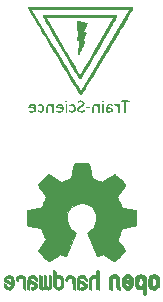
<source format=gbr>
%TF.GenerationSoftware,KiCad,Pcbnew,8.0.8*%
%TF.CreationDate,2025-02-08T13:09:18+01:00*%
%TF.ProjectId,Mk2-relayExtension,4d6b322d-7265-46c6-9179-457874656e73,rev?*%
%TF.SameCoordinates,Original*%
%TF.FileFunction,Legend,Bot*%
%TF.FilePolarity,Positive*%
%FSLAX46Y46*%
G04 Gerber Fmt 4.6, Leading zero omitted, Abs format (unit mm)*
G04 Created by KiCad (PCBNEW 8.0.8) date 2025-02-08 13:09:18*
%MOMM*%
%LPD*%
G01*
G04 APERTURE LIST*
G04 Aperture macros list*
%AMRoundRect*
0 Rectangle with rounded corners*
0 $1 Rounding radius*
0 $2 $3 $4 $5 $6 $7 $8 $9 X,Y pos of 4 corners*
0 Add a 4 corners polygon primitive as box body*
4,1,4,$2,$3,$4,$5,$6,$7,$8,$9,$2,$3,0*
0 Add four circle primitives for the rounded corners*
1,1,$1+$1,$2,$3*
1,1,$1+$1,$4,$5*
1,1,$1+$1,$6,$7*
1,1,$1+$1,$8,$9*
0 Add four rect primitives between the rounded corners*
20,1,$1+$1,$2,$3,$4,$5,0*
20,1,$1+$1,$4,$5,$6,$7,0*
20,1,$1+$1,$6,$7,$8,$9,0*
20,1,$1+$1,$8,$9,$2,$3,0*%
G04 Aperture macros list end*
%ADD10C,0.010000*%
%ADD11C,0.000000*%
%ADD12C,2.200000*%
%ADD13RoundRect,0.250000X-1.550000X0.650000X-1.550000X-0.650000X1.550000X-0.650000X1.550000X0.650000X0*%
%ADD14O,3.600000X1.800000*%
%ADD15C,3.200000*%
G04 APERTURE END LIST*
D10*
%TO.C,REF\u002A\u002A*%
X216678725Y-114287619D02*
X216799261Y-114332393D01*
X216849388Y-114366034D01*
X216900152Y-114414236D01*
X216936362Y-114475551D01*
X216960393Y-114559024D01*
X216974618Y-114673697D01*
X216981412Y-114828613D01*
X216983149Y-115032814D01*
X216982809Y-115138341D01*
X216981101Y-115282541D01*
X216978201Y-115397620D01*
X216974384Y-115473822D01*
X216969925Y-115501391D01*
X216940909Y-115492272D01*
X216882339Y-115467509D01*
X216880581Y-115466707D01*
X216850167Y-115450785D01*
X216829712Y-115428938D01*
X216817240Y-115390672D01*
X216810777Y-115325495D01*
X216808348Y-115222913D01*
X216807977Y-115072433D01*
X216807229Y-114976974D01*
X216799256Y-114797571D01*
X216780998Y-114666163D01*
X216750526Y-114575859D01*
X216705912Y-114519767D01*
X216645226Y-114490994D01*
X216636807Y-114488989D01*
X216523139Y-114487423D01*
X216434492Y-114538348D01*
X216373265Y-114640445D01*
X216362346Y-114669961D01*
X216337458Y-114735283D01*
X216324854Y-114765300D01*
X216298969Y-114761164D01*
X216242439Y-114738717D01*
X216189715Y-114701647D01*
X216165678Y-114631587D01*
X216172847Y-114581406D01*
X216216897Y-114479618D01*
X216288123Y-114384235D01*
X216371415Y-114318269D01*
X216406310Y-114303018D01*
X216538443Y-114277521D01*
X216678725Y-114287619D01*
G36*
X216678725Y-114287619D02*
G01*
X216799261Y-114332393D01*
X216849388Y-114366034D01*
X216900152Y-114414236D01*
X216936362Y-114475551D01*
X216960393Y-114559024D01*
X216974618Y-114673697D01*
X216981412Y-114828613D01*
X216983149Y-115032814D01*
X216982809Y-115138341D01*
X216981101Y-115282541D01*
X216978201Y-115397620D01*
X216974384Y-115473822D01*
X216969925Y-115501391D01*
X216940909Y-115492272D01*
X216882339Y-115467509D01*
X216880581Y-115466707D01*
X216850167Y-115450785D01*
X216829712Y-115428938D01*
X216817240Y-115390672D01*
X216810777Y-115325495D01*
X216808348Y-115222913D01*
X216807977Y-115072433D01*
X216807229Y-114976974D01*
X216799256Y-114797571D01*
X216780998Y-114666163D01*
X216750526Y-114575859D01*
X216705912Y-114519767D01*
X216645226Y-114490994D01*
X216636807Y-114488989D01*
X216523139Y-114487423D01*
X216434492Y-114538348D01*
X216373265Y-114640445D01*
X216362346Y-114669961D01*
X216337458Y-114735283D01*
X216324854Y-114765300D01*
X216298969Y-114761164D01*
X216242439Y-114738717D01*
X216189715Y-114701647D01*
X216165678Y-114631587D01*
X216172847Y-114581406D01*
X216216897Y-114479618D01*
X216288123Y-114384235D01*
X216371415Y-114318269D01*
X216406310Y-114303018D01*
X216538443Y-114277521D01*
X216678725Y-114287619D01*
G37*
X224620487Y-114220689D02*
X224756848Y-114284770D01*
X224868598Y-114395584D01*
X224891761Y-114430273D01*
X224910973Y-114469590D01*
X224924598Y-114519145D01*
X224933877Y-114588568D01*
X224940050Y-114687490D01*
X224944357Y-114825539D01*
X224948038Y-115012346D01*
X224957180Y-115530542D01*
X224880383Y-115501344D01*
X224810068Y-115474520D01*
X224757424Y-115448706D01*
X224723060Y-115415431D01*
X224703093Y-115364510D01*
X224693639Y-115285761D01*
X224690814Y-115168999D01*
X224690736Y-115004042D01*
X224690336Y-114872558D01*
X224687951Y-114746394D01*
X224682259Y-114660223D01*
X224671961Y-114603672D01*
X224655755Y-114566370D01*
X224632345Y-114537943D01*
X224574793Y-114497827D01*
X224478112Y-114482706D01*
X224382465Y-114520917D01*
X224376152Y-114525810D01*
X224356477Y-114548413D01*
X224341963Y-114584664D01*
X224331394Y-114643511D01*
X224323555Y-114733901D01*
X224317227Y-114864779D01*
X224311195Y-115045095D01*
X224296598Y-115527907D01*
X224172517Y-115472283D01*
X224048437Y-115416659D01*
X224048437Y-114975851D01*
X224048951Y-114856098D01*
X224053380Y-114689506D01*
X224064594Y-114565468D01*
X224085272Y-114473987D01*
X224118093Y-114405066D01*
X224165736Y-114348707D01*
X224230877Y-114294914D01*
X224324571Y-114240719D01*
X224472175Y-114205339D01*
X224620487Y-114220689D01*
G36*
X224620487Y-114220689D02*
G01*
X224756848Y-114284770D01*
X224868598Y-114395584D01*
X224891761Y-114430273D01*
X224910973Y-114469590D01*
X224924598Y-114519145D01*
X224933877Y-114588568D01*
X224940050Y-114687490D01*
X224944357Y-114825539D01*
X224948038Y-115012346D01*
X224957180Y-115530542D01*
X224880383Y-115501344D01*
X224810068Y-115474520D01*
X224757424Y-115448706D01*
X224723060Y-115415431D01*
X224703093Y-115364510D01*
X224693639Y-115285761D01*
X224690814Y-115168999D01*
X224690736Y-115004042D01*
X224690336Y-114872558D01*
X224687951Y-114746394D01*
X224682259Y-114660223D01*
X224671961Y-114603672D01*
X224655755Y-114566370D01*
X224632345Y-114537943D01*
X224574793Y-114497827D01*
X224478112Y-114482706D01*
X224382465Y-114520917D01*
X224376152Y-114525810D01*
X224356477Y-114548413D01*
X224341963Y-114584664D01*
X224331394Y-114643511D01*
X224323555Y-114733901D01*
X224317227Y-114864779D01*
X224311195Y-115045095D01*
X224296598Y-115527907D01*
X224172517Y-115472283D01*
X224048437Y-115416659D01*
X224048437Y-114975851D01*
X224048951Y-114856098D01*
X224053380Y-114689506D01*
X224064594Y-114565468D01*
X224085272Y-114473987D01*
X224118093Y-114405066D01*
X224165736Y-114348707D01*
X224230877Y-114294914D01*
X224324571Y-114240719D01*
X224472175Y-114205339D01*
X224620487Y-114220689D01*
G37*
X220952872Y-114318536D02*
X220962090Y-114323638D01*
X221037381Y-114382080D01*
X221104698Y-114457215D01*
X221116439Y-114474196D01*
X221138883Y-114513825D01*
X221154918Y-114560858D01*
X221165945Y-114625492D01*
X221173365Y-114717923D01*
X221178579Y-114848349D01*
X221182989Y-115026965D01*
X221183614Y-115057162D01*
X221185620Y-115252941D01*
X221182792Y-115391603D01*
X221175088Y-115474103D01*
X221162466Y-115501391D01*
X221124267Y-115493220D01*
X221059374Y-115468463D01*
X221044094Y-115461223D01*
X221020227Y-115444835D01*
X221003769Y-115417893D01*
X220993005Y-115370833D01*
X220986219Y-115294088D01*
X220981693Y-115178095D01*
X220977713Y-115013287D01*
X220976622Y-114965112D01*
X220972407Y-114812960D01*
X220966936Y-114706476D01*
X220958554Y-114635565D01*
X220945606Y-114590129D01*
X220926439Y-114560072D01*
X220899398Y-114535296D01*
X220819337Y-114491861D01*
X220720846Y-114483498D01*
X220632719Y-114516734D01*
X220569314Y-114585548D01*
X220544988Y-114683920D01*
X220544311Y-114710658D01*
X220531024Y-114759065D01*
X220491796Y-114766450D01*
X220414983Y-114737624D01*
X220397192Y-114728378D01*
X220349109Y-114674006D01*
X220348157Y-114593161D01*
X220393968Y-114481352D01*
X220435990Y-114420419D01*
X220543435Y-114333859D01*
X220676057Y-114284920D01*
X220817867Y-114278260D01*
X220952872Y-114318536D01*
G36*
X220952872Y-114318536D02*
G01*
X220962090Y-114323638D01*
X221037381Y-114382080D01*
X221104698Y-114457215D01*
X221116439Y-114474196D01*
X221138883Y-114513825D01*
X221154918Y-114560858D01*
X221165945Y-114625492D01*
X221173365Y-114717923D01*
X221178579Y-114848349D01*
X221182989Y-115026965D01*
X221183614Y-115057162D01*
X221185620Y-115252941D01*
X221182792Y-115391603D01*
X221175088Y-115474103D01*
X221162466Y-115501391D01*
X221124267Y-115493220D01*
X221059374Y-115468463D01*
X221044094Y-115461223D01*
X221020227Y-115444835D01*
X221003769Y-115417893D01*
X220993005Y-115370833D01*
X220986219Y-115294088D01*
X220981693Y-115178095D01*
X220977713Y-115013287D01*
X220976622Y-114965112D01*
X220972407Y-114812960D01*
X220966936Y-114706476D01*
X220958554Y-114635565D01*
X220945606Y-114590129D01*
X220926439Y-114560072D01*
X220899398Y-114535296D01*
X220819337Y-114491861D01*
X220720846Y-114483498D01*
X220632719Y-114516734D01*
X220569314Y-114585548D01*
X220544988Y-114683920D01*
X220544311Y-114710658D01*
X220531024Y-114759065D01*
X220491796Y-114766450D01*
X220414983Y-114737624D01*
X220397192Y-114728378D01*
X220349109Y-114674006D01*
X220348157Y-114593161D01*
X220393968Y-114481352D01*
X220435990Y-114420419D01*
X220543435Y-114333859D01*
X220676057Y-114284920D01*
X220817867Y-114278260D01*
X220952872Y-114318536D01*
G37*
X219034410Y-114283970D02*
X219098442Y-114309066D01*
X219172805Y-114342947D01*
X219172805Y-115321727D01*
X219080415Y-115414117D01*
X219059310Y-115434835D01*
X219000847Y-115480885D01*
X218941886Y-115495801D01*
X218854150Y-115488934D01*
X218818429Y-115484494D01*
X218726301Y-115475102D01*
X218661885Y-115471361D01*
X218642778Y-115471933D01*
X218564390Y-115478126D01*
X218469620Y-115488934D01*
X218439298Y-115492647D01*
X218362911Y-115494107D01*
X218307022Y-115471047D01*
X218243355Y-115414117D01*
X218150965Y-115321727D01*
X218150965Y-114798455D01*
X218151685Y-114643821D01*
X218153929Y-114496391D01*
X218157421Y-114379653D01*
X218161876Y-114302840D01*
X218167013Y-114275184D01*
X218168090Y-114275258D01*
X218205407Y-114289019D01*
X218268457Y-114319344D01*
X218353854Y-114363505D01*
X218361893Y-114822965D01*
X218369931Y-115282425D01*
X218545103Y-115282425D01*
X218553092Y-114778805D01*
X218555624Y-114641904D01*
X218559249Y-114495579D01*
X218563177Y-114379411D01*
X218567080Y-114302809D01*
X218570632Y-114275184D01*
X218571653Y-114275281D01*
X218607051Y-114285443D01*
X218672126Y-114307235D01*
X218764069Y-114339287D01*
X218764516Y-114781661D01*
X218764964Y-114858507D01*
X218768069Y-115007834D01*
X218773622Y-115132544D01*
X218781033Y-115221379D01*
X218789714Y-115263083D01*
X218820771Y-115285389D01*
X218884152Y-115292278D01*
X218953839Y-115282425D01*
X218961827Y-114778805D01*
X218964686Y-114650828D01*
X218970614Y-114499348D01*
X218978365Y-114380530D01*
X218987343Y-114302950D01*
X218996948Y-114275184D01*
X219034410Y-114283970D01*
G36*
X219034410Y-114283970D02*
G01*
X219098442Y-114309066D01*
X219172805Y-114342947D01*
X219172805Y-115321727D01*
X219080415Y-115414117D01*
X219059310Y-115434835D01*
X219000847Y-115480885D01*
X218941886Y-115495801D01*
X218854150Y-115488934D01*
X218818429Y-115484494D01*
X218726301Y-115475102D01*
X218661885Y-115471361D01*
X218642778Y-115471933D01*
X218564390Y-115478126D01*
X218469620Y-115488934D01*
X218439298Y-115492647D01*
X218362911Y-115494107D01*
X218307022Y-115471047D01*
X218243355Y-115414117D01*
X218150965Y-115321727D01*
X218150965Y-114798455D01*
X218151685Y-114643821D01*
X218153929Y-114496391D01*
X218157421Y-114379653D01*
X218161876Y-114302840D01*
X218167013Y-114275184D01*
X218168090Y-114275258D01*
X218205407Y-114289019D01*
X218268457Y-114319344D01*
X218353854Y-114363505D01*
X218361893Y-114822965D01*
X218369931Y-115282425D01*
X218545103Y-115282425D01*
X218553092Y-114778805D01*
X218555624Y-114641904D01*
X218559249Y-114495579D01*
X218563177Y-114379411D01*
X218567080Y-114302809D01*
X218570632Y-114275184D01*
X218571653Y-114275281D01*
X218607051Y-114285443D01*
X218672126Y-114307235D01*
X218764069Y-114339287D01*
X218764516Y-114781661D01*
X218764964Y-114858507D01*
X218768069Y-115007834D01*
X218773622Y-115132544D01*
X218781033Y-115221379D01*
X218789714Y-115263083D01*
X218820771Y-115285389D01*
X218884152Y-115292278D01*
X218953839Y-115282425D01*
X218961827Y-114778805D01*
X218964686Y-114650828D01*
X218970614Y-114499348D01*
X218978365Y-114380530D01*
X218987343Y-114302950D01*
X218996948Y-114275184D01*
X219034410Y-114283970D01*
G37*
X223106885Y-113881997D02*
X223201770Y-113922020D01*
X223201770Y-114711706D01*
X223201769Y-114720920D01*
X223201377Y-114928083D01*
X223200329Y-115114432D01*
X223198722Y-115272453D01*
X223196655Y-115394630D01*
X223194225Y-115473448D01*
X223191529Y-115501391D01*
X223190475Y-115501297D01*
X223154647Y-115491144D01*
X223089345Y-115469339D01*
X222997402Y-115437288D01*
X222997402Y-115025991D01*
X222996818Y-114864385D01*
X222994104Y-114747177D01*
X222987858Y-114667415D01*
X222976680Y-114614531D01*
X222959168Y-114577957D01*
X222933922Y-114547123D01*
X222916710Y-114530725D01*
X222823636Y-114485307D01*
X222721051Y-114489328D01*
X222627043Y-114543032D01*
X222613358Y-114556359D01*
X222591439Y-114584032D01*
X222576440Y-114620614D01*
X222567053Y-114676000D01*
X222561968Y-114760088D01*
X222559877Y-114882773D01*
X222559471Y-115053951D01*
X222559276Y-115140769D01*
X222558010Y-115283565D01*
X222555761Y-115397923D01*
X222552758Y-115473860D01*
X222549230Y-115501391D01*
X222548176Y-115501297D01*
X222512348Y-115491144D01*
X222447046Y-115469339D01*
X222355103Y-115437288D01*
X222355149Y-115024109D01*
X222355218Y-114987326D01*
X222359081Y-114795580D01*
X222370950Y-114650586D01*
X222393725Y-114542510D01*
X222430307Y-114461519D01*
X222483595Y-114397778D01*
X222556490Y-114341455D01*
X222627586Y-114306199D01*
X222741255Y-114278946D01*
X222853060Y-114277398D01*
X222939011Y-114303910D01*
X222945473Y-114307571D01*
X222965401Y-114307179D01*
X222979019Y-114276506D01*
X222988846Y-114206188D01*
X222997402Y-114086857D01*
X223012000Y-113841973D01*
X223106885Y-113881997D01*
G36*
X223106885Y-113881997D02*
G01*
X223201770Y-113922020D01*
X223201770Y-114711706D01*
X223201769Y-114720920D01*
X223201377Y-114928083D01*
X223200329Y-115114432D01*
X223198722Y-115272453D01*
X223196655Y-115394630D01*
X223194225Y-115473448D01*
X223191529Y-115501391D01*
X223190475Y-115501297D01*
X223154647Y-115491144D01*
X223089345Y-115469339D01*
X222997402Y-115437288D01*
X222997402Y-115025991D01*
X222996818Y-114864385D01*
X222994104Y-114747177D01*
X222987858Y-114667415D01*
X222976680Y-114614531D01*
X222959168Y-114577957D01*
X222933922Y-114547123D01*
X222916710Y-114530725D01*
X222823636Y-114485307D01*
X222721051Y-114489328D01*
X222627043Y-114543032D01*
X222613358Y-114556359D01*
X222591439Y-114584032D01*
X222576440Y-114620614D01*
X222567053Y-114676000D01*
X222561968Y-114760088D01*
X222559877Y-114882773D01*
X222559471Y-115053951D01*
X222559276Y-115140769D01*
X222558010Y-115283565D01*
X222555761Y-115397923D01*
X222552758Y-115473860D01*
X222549230Y-115501391D01*
X222548176Y-115501297D01*
X222512348Y-115491144D01*
X222447046Y-115469339D01*
X222355103Y-115437288D01*
X222355149Y-115024109D01*
X222355218Y-114987326D01*
X222359081Y-114795580D01*
X222370950Y-114650586D01*
X222393725Y-114542510D01*
X222430307Y-114461519D01*
X222483595Y-114397778D01*
X222556490Y-114341455D01*
X222627586Y-114306199D01*
X222741255Y-114278946D01*
X222853060Y-114277398D01*
X222939011Y-114303910D01*
X222945473Y-114307571D01*
X222965401Y-114307179D01*
X222979019Y-114276506D01*
X222988846Y-114206188D01*
X222997402Y-114086857D01*
X223012000Y-113841973D01*
X223106885Y-113881997D01*
G37*
X228310965Y-114859092D02*
X228310938Y-114890744D01*
X228309355Y-115031918D01*
X228303916Y-115130285D01*
X228292643Y-115198990D01*
X228273561Y-115251181D01*
X228244694Y-115300004D01*
X228237592Y-115310135D01*
X228162444Y-115390012D01*
X228076820Y-115450253D01*
X228032852Y-115469802D01*
X227874861Y-115502408D01*
X227718613Y-115481317D01*
X227574618Y-115409249D01*
X227453385Y-115288922D01*
X227443150Y-115272803D01*
X227409847Y-115179205D01*
X227387405Y-115048879D01*
X227376516Y-114898371D01*
X227377740Y-114759147D01*
X227672384Y-114759147D01*
X227674706Y-114952020D01*
X227675639Y-114964433D01*
X227689242Y-115070857D01*
X227713465Y-115138346D01*
X227754365Y-115184584D01*
X227822941Y-115227895D01*
X227890764Y-115230172D01*
X227960621Y-115180241D01*
X227972771Y-115167102D01*
X227996575Y-115127785D01*
X228010628Y-115070674D01*
X228017313Y-114982256D01*
X228019011Y-114849019D01*
X228016101Y-114724222D01*
X228001582Y-114605326D01*
X227971610Y-114530184D01*
X227922589Y-114490893D01*
X227850924Y-114479552D01*
X227823632Y-114481807D01*
X227747176Y-114523160D01*
X227696650Y-114615900D01*
X227672384Y-114759147D01*
X227377740Y-114759147D01*
X227377871Y-114744227D01*
X227392161Y-114602992D01*
X227420075Y-114491213D01*
X227455949Y-114416766D01*
X227556939Y-114300968D01*
X227693779Y-114229015D01*
X227861283Y-114204281D01*
X227906019Y-114205619D01*
X228037758Y-114233008D01*
X228145968Y-114302007D01*
X228245276Y-114420864D01*
X228251184Y-114429681D01*
X228277921Y-114477108D01*
X228295312Y-114530714D01*
X228305312Y-114603549D01*
X228309878Y-114708659D01*
X228310893Y-114849019D01*
X228310965Y-114859092D01*
G36*
X228310965Y-114859092D02*
G01*
X228310938Y-114890744D01*
X228309355Y-115031918D01*
X228303916Y-115130285D01*
X228292643Y-115198990D01*
X228273561Y-115251181D01*
X228244694Y-115300004D01*
X228237592Y-115310135D01*
X228162444Y-115390012D01*
X228076820Y-115450253D01*
X228032852Y-115469802D01*
X227874861Y-115502408D01*
X227718613Y-115481317D01*
X227574618Y-115409249D01*
X227453385Y-115288922D01*
X227443150Y-115272803D01*
X227409847Y-115179205D01*
X227387405Y-115048879D01*
X227376516Y-114898371D01*
X227377740Y-114759147D01*
X227672384Y-114759147D01*
X227674706Y-114952020D01*
X227675639Y-114964433D01*
X227689242Y-115070857D01*
X227713465Y-115138346D01*
X227754365Y-115184584D01*
X227822941Y-115227895D01*
X227890764Y-115230172D01*
X227960621Y-115180241D01*
X227972771Y-115167102D01*
X227996575Y-115127785D01*
X228010628Y-115070674D01*
X228017313Y-114982256D01*
X228019011Y-114849019D01*
X228016101Y-114724222D01*
X228001582Y-114605326D01*
X227971610Y-114530184D01*
X227922589Y-114490893D01*
X227850924Y-114479552D01*
X227823632Y-114481807D01*
X227747176Y-114523160D01*
X227696650Y-114615900D01*
X227672384Y-114759147D01*
X227377740Y-114759147D01*
X227377871Y-114744227D01*
X227392161Y-114602992D01*
X227420075Y-114491213D01*
X227455949Y-114416766D01*
X227556939Y-114300968D01*
X227693779Y-114229015D01*
X227861283Y-114204281D01*
X227906019Y-114205619D01*
X228037758Y-114233008D01*
X228145968Y-114302007D01*
X228245276Y-114420864D01*
X228251184Y-114429681D01*
X228277921Y-114477108D01*
X228295312Y-114530714D01*
X228305312Y-114603549D01*
X228309878Y-114708659D01*
X228310893Y-114849019D01*
X228310965Y-114859092D01*
G37*
X215990313Y-114894136D02*
X215989744Y-114971946D01*
X215982612Y-115125254D01*
X215963948Y-115237441D01*
X215929537Y-115320554D01*
X215875162Y-115386641D01*
X215796610Y-115447747D01*
X215746630Y-115475535D01*
X215666513Y-115494251D01*
X215553970Y-115492774D01*
X215491050Y-115486845D01*
X215415153Y-115468742D01*
X215354487Y-115429391D01*
X215283912Y-115356066D01*
X215274482Y-115345356D01*
X215211034Y-115262938D01*
X215180762Y-115191156D01*
X215173034Y-115106034D01*
X215173034Y-114980946D01*
X215260447Y-115013940D01*
X215324175Y-115052509D01*
X215379567Y-115143008D01*
X215391131Y-115171983D01*
X215455788Y-115254041D01*
X215543804Y-115295347D01*
X215639637Y-115291633D01*
X215727747Y-115238632D01*
X215758028Y-115205582D01*
X215785489Y-115155720D01*
X215776899Y-115110416D01*
X215727463Y-115063790D01*
X215632389Y-115009958D01*
X215486885Y-114943039D01*
X215187632Y-114812056D01*
X215179691Y-114682298D01*
X215182676Y-114599649D01*
X215377652Y-114599649D01*
X215392453Y-114650815D01*
X215459797Y-114705442D01*
X215582027Y-114767597D01*
X215602253Y-114776601D01*
X215698970Y-114818493D01*
X215771334Y-114847958D01*
X215804961Y-114859092D01*
X215810056Y-114850896D01*
X215812101Y-114800853D01*
X215804812Y-114720414D01*
X215786452Y-114641753D01*
X215729188Y-114542651D01*
X215646524Y-114486808D01*
X215547784Y-114479250D01*
X215442289Y-114525000D01*
X215413053Y-114547876D01*
X215377652Y-114599649D01*
X215182676Y-114599649D01*
X215183196Y-114585255D01*
X215227336Y-114462617D01*
X215283050Y-114395034D01*
X215398561Y-114319540D01*
X215535588Y-114281403D01*
X215677237Y-114284422D01*
X215806617Y-114332393D01*
X215835099Y-114350813D01*
X215900428Y-114407811D01*
X215945106Y-114479916D01*
X215972641Y-114577853D01*
X215986541Y-114712351D01*
X215988378Y-114800853D01*
X215990313Y-114894136D01*
G36*
X215990313Y-114894136D02*
G01*
X215989744Y-114971946D01*
X215982612Y-115125254D01*
X215963948Y-115237441D01*
X215929537Y-115320554D01*
X215875162Y-115386641D01*
X215796610Y-115447747D01*
X215746630Y-115475535D01*
X215666513Y-115494251D01*
X215553970Y-115492774D01*
X215491050Y-115486845D01*
X215415153Y-115468742D01*
X215354487Y-115429391D01*
X215283912Y-115356066D01*
X215274482Y-115345356D01*
X215211034Y-115262938D01*
X215180762Y-115191156D01*
X215173034Y-115106034D01*
X215173034Y-114980946D01*
X215260447Y-115013940D01*
X215324175Y-115052509D01*
X215379567Y-115143008D01*
X215391131Y-115171983D01*
X215455788Y-115254041D01*
X215543804Y-115295347D01*
X215639637Y-115291633D01*
X215727747Y-115238632D01*
X215758028Y-115205582D01*
X215785489Y-115155720D01*
X215776899Y-115110416D01*
X215727463Y-115063790D01*
X215632389Y-115009958D01*
X215486885Y-114943039D01*
X215187632Y-114812056D01*
X215179691Y-114682298D01*
X215182676Y-114599649D01*
X215377652Y-114599649D01*
X215392453Y-114650815D01*
X215459797Y-114705442D01*
X215582027Y-114767597D01*
X215602253Y-114776601D01*
X215698970Y-114818493D01*
X215771334Y-114847958D01*
X215804961Y-114859092D01*
X215810056Y-114850896D01*
X215812101Y-114800853D01*
X215804812Y-114720414D01*
X215786452Y-114641753D01*
X215729188Y-114542651D01*
X215646524Y-114486808D01*
X215547784Y-114479250D01*
X215442289Y-114525000D01*
X215413053Y-114547876D01*
X215377652Y-114599649D01*
X215182676Y-114599649D01*
X215183196Y-114585255D01*
X215227336Y-114462617D01*
X215283050Y-114395034D01*
X215398561Y-114319540D01*
X215535588Y-114281403D01*
X215677237Y-114284422D01*
X215806617Y-114332393D01*
X215835099Y-114350813D01*
X215900428Y-114407811D01*
X215945106Y-114479916D01*
X215972641Y-114577853D01*
X215986541Y-114712351D01*
X215988378Y-114800853D01*
X215990313Y-114894136D01*
G37*
X220194553Y-114888287D02*
X220192219Y-115002135D01*
X220175739Y-115157320D01*
X220139883Y-115273612D01*
X220080455Y-115362411D01*
X219993257Y-115435119D01*
X219910195Y-115477150D01*
X219770709Y-115500538D01*
X219631412Y-115474965D01*
X219505510Y-115403694D01*
X219406210Y-115289991D01*
X219394219Y-115269024D01*
X219378384Y-115232291D01*
X219366638Y-115185415D01*
X219358378Y-115120355D01*
X219352998Y-115029070D01*
X219349892Y-114903519D01*
X219349797Y-114892379D01*
X219552345Y-114892379D01*
X219553035Y-114998644D01*
X219557400Y-115094762D01*
X219568192Y-115156811D01*
X219588126Y-115198502D01*
X219619916Y-115233543D01*
X219627364Y-115240279D01*
X219723060Y-115289992D01*
X219824312Y-115284905D01*
X219918614Y-115225362D01*
X219946694Y-115194514D01*
X219970196Y-115153618D01*
X219983322Y-115097080D01*
X219989030Y-115010657D01*
X219990276Y-114880106D01*
X219989661Y-114780487D01*
X219985407Y-114683251D01*
X219974682Y-114620502D01*
X219954707Y-114578382D01*
X219922704Y-114543032D01*
X219903905Y-114527114D01*
X219806492Y-114484235D01*
X219704437Y-114490985D01*
X219615825Y-114547123D01*
X219596749Y-114569382D01*
X219573486Y-114611293D01*
X219560036Y-114669822D01*
X219553841Y-114758880D01*
X219552345Y-114892379D01*
X219349797Y-114892379D01*
X219348457Y-114735661D01*
X219348086Y-114517455D01*
X219347977Y-113840072D01*
X219442862Y-113879819D01*
X219467949Y-113890699D01*
X219507881Y-113915268D01*
X219530739Y-113952475D01*
X219543301Y-114017541D01*
X219552345Y-114125687D01*
X219560605Y-114222788D01*
X219571523Y-114286535D01*
X219587165Y-114310323D01*
X219610736Y-114303943D01*
X219670801Y-114281525D01*
X219778145Y-114275967D01*
X219893624Y-114296728D01*
X219993257Y-114341455D01*
X220048072Y-114382856D01*
X220118452Y-114463632D01*
X220163528Y-114567195D01*
X220187496Y-114704947D01*
X220194239Y-114880106D01*
X220194553Y-114888287D01*
G36*
X220194553Y-114888287D02*
G01*
X220192219Y-115002135D01*
X220175739Y-115157320D01*
X220139883Y-115273612D01*
X220080455Y-115362411D01*
X219993257Y-115435119D01*
X219910195Y-115477150D01*
X219770709Y-115500538D01*
X219631412Y-115474965D01*
X219505510Y-115403694D01*
X219406210Y-115289991D01*
X219394219Y-115269024D01*
X219378384Y-115232291D01*
X219366638Y-115185415D01*
X219358378Y-115120355D01*
X219352998Y-115029070D01*
X219349892Y-114903519D01*
X219349797Y-114892379D01*
X219552345Y-114892379D01*
X219553035Y-114998644D01*
X219557400Y-115094762D01*
X219568192Y-115156811D01*
X219588126Y-115198502D01*
X219619916Y-115233543D01*
X219627364Y-115240279D01*
X219723060Y-115289992D01*
X219824312Y-115284905D01*
X219918614Y-115225362D01*
X219946694Y-115194514D01*
X219970196Y-115153618D01*
X219983322Y-115097080D01*
X219989030Y-115010657D01*
X219990276Y-114880106D01*
X219989661Y-114780487D01*
X219985407Y-114683251D01*
X219974682Y-114620502D01*
X219954707Y-114578382D01*
X219922704Y-114543032D01*
X219903905Y-114527114D01*
X219806492Y-114484235D01*
X219704437Y-114490985D01*
X219615825Y-114547123D01*
X219596749Y-114569382D01*
X219573486Y-114611293D01*
X219560036Y-114669822D01*
X219553841Y-114758880D01*
X219552345Y-114892379D01*
X219349797Y-114892379D01*
X219348457Y-114735661D01*
X219348086Y-114517455D01*
X219347977Y-113840072D01*
X219442862Y-113879819D01*
X219467949Y-113890699D01*
X219507881Y-113915268D01*
X219530739Y-113952475D01*
X219543301Y-114017541D01*
X219552345Y-114125687D01*
X219560605Y-114222788D01*
X219571523Y-114286535D01*
X219587165Y-114310323D01*
X219610736Y-114303943D01*
X219670801Y-114281525D01*
X219778145Y-114275967D01*
X219893624Y-114296728D01*
X219993257Y-114341455D01*
X220048072Y-114382856D01*
X220118452Y-114463632D01*
X220163528Y-114567195D01*
X220187496Y-114704947D01*
X220194239Y-114880106D01*
X220194553Y-114888287D01*
G37*
X226091452Y-114776329D02*
X226082168Y-114997639D01*
X226076926Y-115044526D01*
X226037868Y-115211409D01*
X225967290Y-115338326D01*
X225859955Y-115435602D01*
X225853888Y-115439616D01*
X225717440Y-115496706D01*
X225574973Y-115501786D01*
X225437696Y-115458311D01*
X225316819Y-115369734D01*
X225223552Y-115239509D01*
X225221986Y-115236369D01*
X225190993Y-115155501D01*
X225168292Y-115063593D01*
X225156250Y-114977311D01*
X225157237Y-114913321D01*
X225173623Y-114888287D01*
X225188179Y-114889809D01*
X225257792Y-114917496D01*
X225336697Y-114968409D01*
X225403820Y-115027343D01*
X225438087Y-115079094D01*
X225473707Y-115149291D01*
X225546711Y-115213138D01*
X225631485Y-115238632D01*
X225662558Y-115231261D01*
X225723891Y-115194154D01*
X225777315Y-115142644D01*
X225800161Y-115095913D01*
X225800154Y-115095740D01*
X225774233Y-115074280D01*
X225705127Y-115035565D01*
X225603249Y-114985037D01*
X225479011Y-114928134D01*
X225478328Y-114927833D01*
X225343355Y-114867738D01*
X225252884Y-114824440D01*
X225198039Y-114791179D01*
X225169944Y-114761194D01*
X225159724Y-114727726D01*
X225158503Y-114684015D01*
X225166996Y-114601244D01*
X225455219Y-114601244D01*
X225484970Y-114627265D01*
X225559101Y-114666256D01*
X225561274Y-114667359D01*
X225648733Y-114709009D01*
X225726974Y-114742235D01*
X225776611Y-114756291D01*
X225796521Y-114737503D01*
X225800161Y-114673124D01*
X225785035Y-114593001D01*
X225732597Y-114520189D01*
X225656677Y-114482439D01*
X225572040Y-114486251D01*
X225493447Y-114538121D01*
X225462555Y-114573965D01*
X225455219Y-114601244D01*
X225166996Y-114601244D01*
X225169251Y-114579265D01*
X225222389Y-114436949D01*
X225311342Y-114325111D01*
X225426448Y-114247676D01*
X225558045Y-114208568D01*
X225696472Y-114211711D01*
X225832065Y-114261030D01*
X225955164Y-114360447D01*
X226023366Y-114458829D01*
X226072356Y-114599261D01*
X226080322Y-114673124D01*
X226091452Y-114776329D01*
G36*
X226091452Y-114776329D02*
G01*
X226082168Y-114997639D01*
X226076926Y-115044526D01*
X226037868Y-115211409D01*
X225967290Y-115338326D01*
X225859955Y-115435602D01*
X225853888Y-115439616D01*
X225717440Y-115496706D01*
X225574973Y-115501786D01*
X225437696Y-115458311D01*
X225316819Y-115369734D01*
X225223552Y-115239509D01*
X225221986Y-115236369D01*
X225190993Y-115155501D01*
X225168292Y-115063593D01*
X225156250Y-114977311D01*
X225157237Y-114913321D01*
X225173623Y-114888287D01*
X225188179Y-114889809D01*
X225257792Y-114917496D01*
X225336697Y-114968409D01*
X225403820Y-115027343D01*
X225438087Y-115079094D01*
X225473707Y-115149291D01*
X225546711Y-115213138D01*
X225631485Y-115238632D01*
X225662558Y-115231261D01*
X225723891Y-115194154D01*
X225777315Y-115142644D01*
X225800161Y-115095913D01*
X225800154Y-115095740D01*
X225774233Y-115074280D01*
X225705127Y-115035565D01*
X225603249Y-114985037D01*
X225479011Y-114928134D01*
X225478328Y-114927833D01*
X225343355Y-114867738D01*
X225252884Y-114824440D01*
X225198039Y-114791179D01*
X225169944Y-114761194D01*
X225159724Y-114727726D01*
X225158503Y-114684015D01*
X225166996Y-114601244D01*
X225455219Y-114601244D01*
X225484970Y-114627265D01*
X225559101Y-114666256D01*
X225561274Y-114667359D01*
X225648733Y-114709009D01*
X225726974Y-114742235D01*
X225776611Y-114756291D01*
X225796521Y-114737503D01*
X225800161Y-114673124D01*
X225785035Y-114593001D01*
X225732597Y-114520189D01*
X225656677Y-114482439D01*
X225572040Y-114486251D01*
X225493447Y-114538121D01*
X225462555Y-114573965D01*
X225455219Y-114601244D01*
X225166996Y-114601244D01*
X225169251Y-114579265D01*
X225222389Y-114436949D01*
X225311342Y-114325111D01*
X225426448Y-114247676D01*
X225558045Y-114208568D01*
X225696472Y-114211711D01*
X225832065Y-114261030D01*
X225955164Y-114360447D01*
X226023366Y-114458829D01*
X226072356Y-114599261D01*
X226080322Y-114673124D01*
X226091452Y-114776329D01*
G37*
X221921995Y-114306674D02*
X222022355Y-114365191D01*
X222066505Y-114410784D01*
X222151347Y-114547072D01*
X222179931Y-114695658D01*
X222179931Y-114797882D01*
X222085963Y-114758372D01*
X222020977Y-114718504D01*
X221969763Y-114635734D01*
X221964504Y-114618669D01*
X221907903Y-114531724D01*
X221822594Y-114484758D01*
X221724641Y-114482741D01*
X221630106Y-114530644D01*
X221615993Y-114542998D01*
X221568797Y-114596683D01*
X221561003Y-114643488D01*
X221596706Y-114689446D01*
X221680003Y-114740588D01*
X221814988Y-114802948D01*
X221824118Y-114806897D01*
X221973969Y-114876772D01*
X222076316Y-114938672D01*
X222139320Y-115000476D01*
X222171138Y-115070062D01*
X222179931Y-115155308D01*
X222168409Y-115249816D01*
X222110228Y-115370785D01*
X222007875Y-115457688D01*
X221933843Y-115483778D01*
X221829367Y-115498055D01*
X221727917Y-115495006D01*
X221655472Y-115473467D01*
X221647777Y-115468104D01*
X221627341Y-115430632D01*
X221641522Y-115364591D01*
X221666161Y-115312753D01*
X221705670Y-115291172D01*
X221780602Y-115292246D01*
X221884630Y-115286055D01*
X221952605Y-115243311D01*
X221975563Y-115164189D01*
X221975542Y-115161916D01*
X221961629Y-115115986D01*
X221914303Y-115073845D01*
X221822287Y-115025272D01*
X221697151Y-114966790D01*
X221614268Y-114934975D01*
X221566420Y-114937025D01*
X221544063Y-114979051D01*
X221537649Y-115067162D01*
X221537632Y-115207469D01*
X221536917Y-115294081D01*
X221533635Y-115401041D01*
X221528300Y-115474250D01*
X221521585Y-115501391D01*
X221519790Y-115501206D01*
X221480982Y-115486498D01*
X221416709Y-115455456D01*
X221327880Y-115409521D01*
X221338436Y-114995628D01*
X221339171Y-114968179D01*
X221347555Y-114775517D01*
X221362366Y-114630309D01*
X221386629Y-114522887D01*
X221423364Y-114443584D01*
X221475597Y-114382730D01*
X221546348Y-114330658D01*
X221547657Y-114329842D01*
X221662056Y-114287360D01*
X221794365Y-114280184D01*
X221921995Y-114306674D01*
G36*
X221921995Y-114306674D02*
G01*
X222022355Y-114365191D01*
X222066505Y-114410784D01*
X222151347Y-114547072D01*
X222179931Y-114695658D01*
X222179931Y-114797882D01*
X222085963Y-114758372D01*
X222020977Y-114718504D01*
X221969763Y-114635734D01*
X221964504Y-114618669D01*
X221907903Y-114531724D01*
X221822594Y-114484758D01*
X221724641Y-114482741D01*
X221630106Y-114530644D01*
X221615993Y-114542998D01*
X221568797Y-114596683D01*
X221561003Y-114643488D01*
X221596706Y-114689446D01*
X221680003Y-114740588D01*
X221814988Y-114802948D01*
X221824118Y-114806897D01*
X221973969Y-114876772D01*
X222076316Y-114938672D01*
X222139320Y-115000476D01*
X222171138Y-115070062D01*
X222179931Y-115155308D01*
X222168409Y-115249816D01*
X222110228Y-115370785D01*
X222007875Y-115457688D01*
X221933843Y-115483778D01*
X221829367Y-115498055D01*
X221727917Y-115495006D01*
X221655472Y-115473467D01*
X221647777Y-115468104D01*
X221627341Y-115430632D01*
X221641522Y-115364591D01*
X221666161Y-115312753D01*
X221705670Y-115291172D01*
X221780602Y-115292246D01*
X221884630Y-115286055D01*
X221952605Y-115243311D01*
X221975563Y-115164189D01*
X221975542Y-115161916D01*
X221961629Y-115115986D01*
X221914303Y-115073845D01*
X221822287Y-115025272D01*
X221697151Y-114966790D01*
X221614268Y-114934975D01*
X221566420Y-114937025D01*
X221544063Y-114979051D01*
X221537649Y-115067162D01*
X221537632Y-115207469D01*
X221536917Y-115294081D01*
X221533635Y-115401041D01*
X221528300Y-115474250D01*
X221521585Y-115501391D01*
X221519790Y-115501206D01*
X221480982Y-115486498D01*
X221416709Y-115455456D01*
X221327880Y-115409521D01*
X221338436Y-114995628D01*
X221339171Y-114968179D01*
X221347555Y-114775517D01*
X221362366Y-114630309D01*
X221386629Y-114522887D01*
X221423364Y-114443584D01*
X221475597Y-114382730D01*
X221546348Y-114330658D01*
X221547657Y-114329842D01*
X221662056Y-114287360D01*
X221794365Y-114280184D01*
X221921995Y-114306674D01*
G37*
X227192778Y-114992502D02*
X227195668Y-115216736D01*
X227196471Y-115281785D01*
X227199040Y-115499260D01*
X227199556Y-115665672D01*
X227196437Y-115786846D01*
X227188100Y-115868607D01*
X227172962Y-115916781D01*
X227149441Y-115937194D01*
X227115956Y-115935672D01*
X227070923Y-115918039D01*
X227012761Y-115890121D01*
X227000332Y-115884164D01*
X226948578Y-115855006D01*
X226921550Y-115820314D01*
X226911207Y-115762470D01*
X226909509Y-115663857D01*
X226909433Y-115486793D01*
X226727038Y-115486793D01*
X226614840Y-115481880D01*
X226526620Y-115461953D01*
X226453358Y-115421678D01*
X226447896Y-115417741D01*
X226373558Y-115351243D01*
X226321823Y-115270908D01*
X226289196Y-115165758D01*
X226272182Y-115024815D01*
X226268030Y-114865588D01*
X226559241Y-114865588D01*
X226559291Y-114892276D01*
X226562064Y-115012738D01*
X226570967Y-115091484D01*
X226588617Y-115142618D01*
X226617632Y-115180241D01*
X226619440Y-115182038D01*
X226690753Y-115230720D01*
X226759865Y-115225921D01*
X226837925Y-115166971D01*
X226857019Y-115146823D01*
X226885142Y-115105515D01*
X226901000Y-115051787D01*
X226908009Y-114970326D01*
X226909586Y-114845821D01*
X226908220Y-114770445D01*
X226893402Y-114633362D01*
X226859579Y-114543548D01*
X226803389Y-114494460D01*
X226721472Y-114479552D01*
X226686956Y-114482729D01*
X226627235Y-114514254D01*
X226587752Y-114584505D01*
X226565942Y-114699583D01*
X226559241Y-114865588D01*
X226268030Y-114865588D01*
X226267287Y-114837101D01*
X226268371Y-114700122D01*
X226273307Y-114596364D01*
X226284272Y-114524412D01*
X226303438Y-114470500D01*
X226332977Y-114420864D01*
X226360092Y-114382931D01*
X226458550Y-114280522D01*
X226570100Y-114224903D01*
X226710246Y-114207297D01*
X226870635Y-114224847D01*
X227009288Y-114287797D01*
X227118951Y-114398824D01*
X227127218Y-114410578D01*
X227146499Y-114441813D01*
X227161269Y-114477507D01*
X227172254Y-114525364D01*
X227180174Y-114593087D01*
X227185753Y-114688382D01*
X227189713Y-114818952D01*
X227190188Y-114845821D01*
X227192778Y-114992502D01*
G36*
X227192778Y-114992502D02*
G01*
X227195668Y-115216736D01*
X227196471Y-115281785D01*
X227199040Y-115499260D01*
X227199556Y-115665672D01*
X227196437Y-115786846D01*
X227188100Y-115868607D01*
X227172962Y-115916781D01*
X227149441Y-115937194D01*
X227115956Y-115935672D01*
X227070923Y-115918039D01*
X227012761Y-115890121D01*
X227000332Y-115884164D01*
X226948578Y-115855006D01*
X226921550Y-115820314D01*
X226911207Y-115762470D01*
X226909509Y-115663857D01*
X226909433Y-115486793D01*
X226727038Y-115486793D01*
X226614840Y-115481880D01*
X226526620Y-115461953D01*
X226453358Y-115421678D01*
X226447896Y-115417741D01*
X226373558Y-115351243D01*
X226321823Y-115270908D01*
X226289196Y-115165758D01*
X226272182Y-115024815D01*
X226268030Y-114865588D01*
X226559241Y-114865588D01*
X226559291Y-114892276D01*
X226562064Y-115012738D01*
X226570967Y-115091484D01*
X226588617Y-115142618D01*
X226617632Y-115180241D01*
X226619440Y-115182038D01*
X226690753Y-115230720D01*
X226759865Y-115225921D01*
X226837925Y-115166971D01*
X226857019Y-115146823D01*
X226885142Y-115105515D01*
X226901000Y-115051787D01*
X226908009Y-114970326D01*
X226909586Y-114845821D01*
X226908220Y-114770445D01*
X226893402Y-114633362D01*
X226859579Y-114543548D01*
X226803389Y-114494460D01*
X226721472Y-114479552D01*
X226686956Y-114482729D01*
X226627235Y-114514254D01*
X226587752Y-114584505D01*
X226565942Y-114699583D01*
X226559241Y-114865588D01*
X226268030Y-114865588D01*
X226267287Y-114837101D01*
X226268371Y-114700122D01*
X226273307Y-114596364D01*
X226284272Y-114524412D01*
X226303438Y-114470500D01*
X226332977Y-114420864D01*
X226360092Y-114382931D01*
X226458550Y-114280522D01*
X226570100Y-114224903D01*
X226710246Y-114207297D01*
X226870635Y-114224847D01*
X227009288Y-114287797D01*
X227118951Y-114398824D01*
X227127218Y-114410578D01*
X227146499Y-114441813D01*
X227161269Y-114477507D01*
X227172254Y-114525364D01*
X227180174Y-114593087D01*
X227185753Y-114688382D01*
X227189713Y-114818952D01*
X227190188Y-114845821D01*
X227192778Y-114992502D01*
G37*
X217653628Y-114277810D02*
X217716194Y-114293702D01*
X217774446Y-114333322D01*
X217849418Y-114407076D01*
X217897633Y-114459163D01*
X217947858Y-114526786D01*
X217970510Y-114590168D01*
X217975793Y-114670584D01*
X217975793Y-114802201D01*
X217886035Y-114755785D01*
X217814904Y-114699225D01*
X217766183Y-114623040D01*
X217757814Y-114602326D01*
X217694056Y-114522041D01*
X217605470Y-114481784D01*
X217508873Y-114485702D01*
X217421080Y-114537943D01*
X217383936Y-114580370D01*
X217362300Y-114634647D01*
X217385461Y-114682954D01*
X217457479Y-114731545D01*
X217582410Y-114786677D01*
X217601368Y-114794292D01*
X217715105Y-114844125D01*
X217812706Y-114893265D01*
X217874803Y-114932080D01*
X217936999Y-115001411D01*
X217978346Y-115112051D01*
X217973957Y-115230782D01*
X217925037Y-115343148D01*
X217832797Y-115434690D01*
X217758110Y-115473658D01*
X217613832Y-115500944D01*
X217533656Y-115497263D01*
X217459435Y-115477360D01*
X217430960Y-115435598D01*
X217441608Y-115366820D01*
X217444705Y-115357726D01*
X217469268Y-115309498D01*
X217510165Y-115291245D01*
X217588079Y-115292466D01*
X217643091Y-115294126D01*
X217707459Y-115279881D01*
X217751561Y-115237292D01*
X217776680Y-115184857D01*
X217779481Y-115129929D01*
X217779352Y-115129608D01*
X217746785Y-115099928D01*
X217677083Y-115056735D01*
X217586898Y-115008461D01*
X217492883Y-114963539D01*
X217411689Y-114930402D01*
X217359968Y-114917483D01*
X217352274Y-114930134D01*
X217342588Y-114989668D01*
X217335954Y-115086887D01*
X217333494Y-115209437D01*
X217332922Y-115294263D01*
X217330225Y-115401094D01*
X217325821Y-115474257D01*
X217320270Y-115501391D01*
X217291254Y-115492272D01*
X217232684Y-115467509D01*
X217158322Y-115433627D01*
X217158322Y-114998933D01*
X217158797Y-114887508D01*
X217163293Y-114718301D01*
X217174747Y-114592769D01*
X217195828Y-114501363D01*
X217229206Y-114434532D01*
X217277550Y-114382726D01*
X217343531Y-114336393D01*
X217427594Y-114298156D01*
X217582807Y-114275184D01*
X217653628Y-114277810D01*
G36*
X217653628Y-114277810D02*
G01*
X217716194Y-114293702D01*
X217774446Y-114333322D01*
X217849418Y-114407076D01*
X217897633Y-114459163D01*
X217947858Y-114526786D01*
X217970510Y-114590168D01*
X217975793Y-114670584D01*
X217975793Y-114802201D01*
X217886035Y-114755785D01*
X217814904Y-114699225D01*
X217766183Y-114623040D01*
X217757814Y-114602326D01*
X217694056Y-114522041D01*
X217605470Y-114481784D01*
X217508873Y-114485702D01*
X217421080Y-114537943D01*
X217383936Y-114580370D01*
X217362300Y-114634647D01*
X217385461Y-114682954D01*
X217457479Y-114731545D01*
X217582410Y-114786677D01*
X217601368Y-114794292D01*
X217715105Y-114844125D01*
X217812706Y-114893265D01*
X217874803Y-114932080D01*
X217936999Y-115001411D01*
X217978346Y-115112051D01*
X217973957Y-115230782D01*
X217925037Y-115343148D01*
X217832797Y-115434690D01*
X217758110Y-115473658D01*
X217613832Y-115500944D01*
X217533656Y-115497263D01*
X217459435Y-115477360D01*
X217430960Y-115435598D01*
X217441608Y-115366820D01*
X217444705Y-115357726D01*
X217469268Y-115309498D01*
X217510165Y-115291245D01*
X217588079Y-115292466D01*
X217643091Y-115294126D01*
X217707459Y-115279881D01*
X217751561Y-115237292D01*
X217776680Y-115184857D01*
X217779481Y-115129929D01*
X217779352Y-115129608D01*
X217746785Y-115099928D01*
X217677083Y-115056735D01*
X217586898Y-115008461D01*
X217492883Y-114963539D01*
X217411689Y-114930402D01*
X217359968Y-114917483D01*
X217352274Y-114930134D01*
X217342588Y-114989668D01*
X217335954Y-115086887D01*
X217333494Y-115209437D01*
X217332922Y-115294263D01*
X217330225Y-115401094D01*
X217325821Y-115474257D01*
X217320270Y-115501391D01*
X217291254Y-115492272D01*
X217232684Y-115467509D01*
X217158322Y-115433627D01*
X217158322Y-114998933D01*
X217158797Y-114887508D01*
X217163293Y-114718301D01*
X217174747Y-114592769D01*
X217195828Y-114501363D01*
X217229206Y-114434532D01*
X217277550Y-114382726D01*
X217343531Y-114336393D01*
X217427594Y-114298156D01*
X217582807Y-114275184D01*
X217653628Y-114277810D01*
G37*
X221971175Y-104816045D02*
X222123895Y-104817039D01*
X222233792Y-104819593D01*
X222308235Y-104824445D01*
X222354594Y-104832331D01*
X222380239Y-104843988D01*
X222392539Y-104860153D01*
X222398865Y-104881563D01*
X222399047Y-104882332D01*
X222409441Y-104932663D01*
X222428339Y-105029888D01*
X222453802Y-105163810D01*
X222483890Y-105324235D01*
X222516664Y-105500967D01*
X222519337Y-105515428D01*
X222552010Y-105686959D01*
X222582413Y-105837625D01*
X222608568Y-105958267D01*
X222628496Y-106039729D01*
X222640220Y-106072852D01*
X222640282Y-106072905D01*
X222677229Y-106091229D01*
X222753057Y-106121677D01*
X222851425Y-106157685D01*
X222856965Y-106159640D01*
X222982724Y-106207170D01*
X223129011Y-106266783D01*
X223265293Y-106326056D01*
X223489390Y-106427765D01*
X223985618Y-106088897D01*
X224020570Y-106065063D01*
X224170280Y-105963755D01*
X224303867Y-105874575D01*
X224413343Y-105802773D01*
X224490718Y-105753603D01*
X224528004Y-105732317D01*
X224553552Y-105737196D01*
X224611555Y-105775002D01*
X224701195Y-105849870D01*
X224824957Y-105963903D01*
X224985328Y-106119205D01*
X224999679Y-106133341D01*
X225126933Y-106259999D01*
X225239969Y-106374745D01*
X225331867Y-106470391D01*
X225395707Y-106539746D01*
X225424570Y-106575620D01*
X225424664Y-106575794D01*
X225428331Y-106603106D01*
X225414808Y-106647408D01*
X225380684Y-106714761D01*
X225322548Y-106811226D01*
X225236988Y-106942863D01*
X225120594Y-107115734D01*
X225100759Y-107144912D01*
X225000445Y-107292726D01*
X224911923Y-107423577D01*
X224840465Y-107529643D01*
X224791343Y-107603102D01*
X224769831Y-107636130D01*
X224768208Y-107643126D01*
X224778387Y-107695326D01*
X224808879Y-107780561D01*
X224854712Y-107884291D01*
X224917000Y-108019951D01*
X224986548Y-108180921D01*
X225045609Y-108326621D01*
X225060252Y-108364333D01*
X225098600Y-108460622D01*
X225126770Y-108527704D01*
X225139497Y-108552885D01*
X225153545Y-108554767D01*
X225216681Y-108565651D01*
X225320019Y-108584449D01*
X225452809Y-108609115D01*
X225604297Y-108637604D01*
X225763732Y-108667873D01*
X225920361Y-108697875D01*
X226063433Y-108725566D01*
X226182195Y-108748900D01*
X226265896Y-108765833D01*
X226303782Y-108774320D01*
X226310063Y-108776713D01*
X226325373Y-108789619D01*
X226336763Y-108817096D01*
X226344803Y-108866446D01*
X226350064Y-108944973D01*
X226353116Y-109059980D01*
X226354529Y-109218770D01*
X226354873Y-109428645D01*
X226354873Y-110066906D01*
X226201598Y-110097160D01*
X226183057Y-110100785D01*
X226084596Y-110119569D01*
X225948448Y-110145093D01*
X225790087Y-110174468D01*
X225624988Y-110204806D01*
X225559973Y-110217009D01*
X225414697Y-110246697D01*
X225293626Y-110274770D01*
X225207886Y-110298536D01*
X225168601Y-110315301D01*
X225150799Y-110342694D01*
X225118389Y-110415174D01*
X225085234Y-110508977D01*
X225073564Y-110544103D01*
X225030604Y-110659409D01*
X224975192Y-110795876D01*
X224916353Y-110930954D01*
X224884884Y-111001509D01*
X224840051Y-111106895D01*
X224809240Y-111185818D01*
X224797785Y-111225053D01*
X224798422Y-111228014D01*
X224820150Y-111269639D01*
X224869146Y-111349969D01*
X224940438Y-111461220D01*
X225029054Y-111595605D01*
X225130023Y-111745340D01*
X225462261Y-112232931D01*
X225025771Y-112670149D01*
X224983555Y-112712221D01*
X224854470Y-112838153D01*
X224739107Y-112946754D01*
X224644224Y-113031903D01*
X224576582Y-113087482D01*
X224542938Y-113107368D01*
X224506402Y-113092238D01*
X224429890Y-113048801D01*
X224322196Y-112982270D01*
X224191767Y-112897867D01*
X224047052Y-112800816D01*
X223904910Y-112704964D01*
X223776678Y-112620557D01*
X223672054Y-112553850D01*
X223599171Y-112510024D01*
X223566158Y-112494264D01*
X223564223Y-112494408D01*
X223520369Y-112509945D01*
X223442598Y-112546121D01*
X223346392Y-112595785D01*
X223345381Y-112596329D01*
X223217605Y-112660326D01*
X223130051Y-112691591D01*
X223075726Y-112691677D01*
X223047641Y-112662138D01*
X223035752Y-112633061D01*
X223003668Y-112555188D01*
X222954247Y-112435475D01*
X222890118Y-112280286D01*
X222813911Y-112095984D01*
X222728255Y-111888933D01*
X222635781Y-111665496D01*
X222551962Y-111462226D01*
X222466678Y-111253649D01*
X222391222Y-111067263D01*
X222328126Y-110909407D01*
X222279923Y-110786419D01*
X222249144Y-110704639D01*
X222238322Y-110670406D01*
X222258991Y-110639015D01*
X222316409Y-110586602D01*
X222397688Y-110525704D01*
X222592820Y-110366387D01*
X222767445Y-110162807D01*
X222895235Y-109938808D01*
X222975402Y-109701003D01*
X223007160Y-109456007D01*
X222989722Y-109210433D01*
X222922301Y-108970895D01*
X222804111Y-108744007D01*
X222634364Y-108536383D01*
X222545856Y-108455527D01*
X222333804Y-108312559D01*
X222106905Y-108219352D01*
X221871791Y-108173687D01*
X221635094Y-108173344D01*
X221403446Y-108216105D01*
X221183478Y-108299750D01*
X220981822Y-108422061D01*
X220805111Y-108580817D01*
X220659977Y-108773801D01*
X220553050Y-108998793D01*
X220490964Y-109253575D01*
X220479569Y-109376377D01*
X220495246Y-109642434D01*
X220565846Y-109894856D01*
X220689282Y-110129182D01*
X220863466Y-110340952D01*
X221086311Y-110525704D01*
X221164561Y-110584123D01*
X221223244Y-110637110D01*
X221245678Y-110670356D01*
X221236732Y-110699339D01*
X221207703Y-110776996D01*
X221161026Y-110896451D01*
X221099231Y-111051362D01*
X221024850Y-111235392D01*
X220940412Y-111442200D01*
X220848449Y-111665446D01*
X220764771Y-111867742D01*
X220678366Y-112076686D01*
X220601138Y-112263498D01*
X220535716Y-112421814D01*
X220484731Y-112545269D01*
X220450812Y-112627498D01*
X220436590Y-112662138D01*
X220436425Y-112662548D01*
X220407972Y-112691798D01*
X220353382Y-112691463D01*
X220265609Y-112659980D01*
X220137608Y-112595785D01*
X220127532Y-112590380D01*
X220032481Y-112541750D01*
X219957424Y-112507328D01*
X219917842Y-112494264D01*
X219885400Y-112509702D01*
X219812895Y-112553258D01*
X219708565Y-112619751D01*
X219580539Y-112703998D01*
X219436948Y-112800816D01*
X219295468Y-112895734D01*
X219164611Y-112980490D01*
X219056292Y-113047496D01*
X218978960Y-113091529D01*
X218941062Y-113107368D01*
X218934607Y-113105357D01*
X218889609Y-113073658D01*
X218812727Y-113008181D01*
X218710721Y-112915048D01*
X218590351Y-112800381D01*
X218458379Y-112670300D01*
X218022039Y-112233232D01*
X218701733Y-111233440D01*
X218598402Y-111009886D01*
X218598096Y-111009225D01*
X218536046Y-110866714D01*
X218472640Y-110708018D01*
X218421558Y-110567368D01*
X218413827Y-110544683D01*
X218374852Y-110439370D01*
X218339707Y-110357534D01*
X218315195Y-110315301D01*
X218305212Y-110309337D01*
X218245286Y-110289329D01*
X218143532Y-110263442D01*
X218011068Y-110234370D01*
X217859011Y-110204806D01*
X217813466Y-110196467D01*
X217648685Y-110166107D01*
X217494930Y-110137509D01*
X217367678Y-110113564D01*
X217282402Y-110097160D01*
X217129126Y-110066906D01*
X217129126Y-109428645D01*
X217129160Y-109350165D01*
X217129808Y-109158703D01*
X217131720Y-109015812D01*
X217135469Y-108914189D01*
X217141622Y-108846531D01*
X217150751Y-108805536D01*
X217163427Y-108783900D01*
X217180218Y-108774320D01*
X217196474Y-108770439D01*
X217262748Y-108756710D01*
X217368479Y-108735745D01*
X217502915Y-108709588D01*
X217655302Y-108680283D01*
X217814890Y-108649877D01*
X217970925Y-108620413D01*
X218112657Y-108593937D01*
X218229331Y-108572494D01*
X218310197Y-108558128D01*
X218344503Y-108552885D01*
X218346822Y-108549720D01*
X218365474Y-108508642D01*
X218397753Y-108430044D01*
X218438391Y-108326621D01*
X218494788Y-108187273D01*
X218564214Y-108026226D01*
X218629288Y-107884291D01*
X218644202Y-107852432D01*
X218686047Y-107752669D01*
X218711118Y-107675721D01*
X218714426Y-107636130D01*
X218712720Y-107633325D01*
X218685631Y-107592005D01*
X218631927Y-107511740D01*
X218556877Y-107400350D01*
X218465746Y-107265655D01*
X218363800Y-107115476D01*
X218248930Y-106944851D01*
X218162761Y-106812311D01*
X218104131Y-106715112D01*
X218069650Y-106647234D01*
X218055926Y-106602656D01*
X218059568Y-106575361D01*
X218060794Y-106573313D01*
X218093747Y-106533536D01*
X218160927Y-106461052D01*
X218255419Y-106363046D01*
X218370306Y-106246702D01*
X218498672Y-106119205D01*
X218631831Y-105989821D01*
X218762269Y-105868209D01*
X218858119Y-105786156D01*
X218921866Y-105741560D01*
X218955996Y-105732317D01*
X218960456Y-105734393D01*
X219007421Y-105762385D01*
X219092685Y-105817084D01*
X219208259Y-105893237D01*
X219346154Y-105985592D01*
X219498381Y-106088897D01*
X219994610Y-106427765D01*
X220218707Y-106326056D01*
X220225219Y-106323109D01*
X220362804Y-106263504D01*
X220508767Y-106204222D01*
X220632575Y-106157685D01*
X220633122Y-106157493D01*
X220731414Y-106121497D01*
X220807081Y-106091095D01*
X220843780Y-106072852D01*
X220844374Y-106072190D01*
X220856833Y-106034831D01*
X220877336Y-105949871D01*
X220903907Y-105826469D01*
X220934567Y-105673782D01*
X220967336Y-105500967D01*
X220968478Y-105494774D01*
X221001193Y-105318431D01*
X221031155Y-105158743D01*
X221056425Y-105025905D01*
X221075065Y-104930113D01*
X221085135Y-104881563D01*
X221085779Y-104878873D01*
X221092408Y-104858088D01*
X221105841Y-104842466D01*
X221133446Y-104831270D01*
X221182593Y-104823762D01*
X221260653Y-104819205D01*
X221374994Y-104816863D01*
X221532986Y-104815998D01*
X221742000Y-104815874D01*
X221768262Y-104815874D01*
X221971175Y-104816045D01*
G36*
X221971175Y-104816045D02*
G01*
X222123895Y-104817039D01*
X222233792Y-104819593D01*
X222308235Y-104824445D01*
X222354594Y-104832331D01*
X222380239Y-104843988D01*
X222392539Y-104860153D01*
X222398865Y-104881563D01*
X222399047Y-104882332D01*
X222409441Y-104932663D01*
X222428339Y-105029888D01*
X222453802Y-105163810D01*
X222483890Y-105324235D01*
X222516664Y-105500967D01*
X222519337Y-105515428D01*
X222552010Y-105686959D01*
X222582413Y-105837625D01*
X222608568Y-105958267D01*
X222628496Y-106039729D01*
X222640220Y-106072852D01*
X222640282Y-106072905D01*
X222677229Y-106091229D01*
X222753057Y-106121677D01*
X222851425Y-106157685D01*
X222856965Y-106159640D01*
X222982724Y-106207170D01*
X223129011Y-106266783D01*
X223265293Y-106326056D01*
X223489390Y-106427765D01*
X223985618Y-106088897D01*
X224020570Y-106065063D01*
X224170280Y-105963755D01*
X224303867Y-105874575D01*
X224413343Y-105802773D01*
X224490718Y-105753603D01*
X224528004Y-105732317D01*
X224553552Y-105737196D01*
X224611555Y-105775002D01*
X224701195Y-105849870D01*
X224824957Y-105963903D01*
X224985328Y-106119205D01*
X224999679Y-106133341D01*
X225126933Y-106259999D01*
X225239969Y-106374745D01*
X225331867Y-106470391D01*
X225395707Y-106539746D01*
X225424570Y-106575620D01*
X225424664Y-106575794D01*
X225428331Y-106603106D01*
X225414808Y-106647408D01*
X225380684Y-106714761D01*
X225322548Y-106811226D01*
X225236988Y-106942863D01*
X225120594Y-107115734D01*
X225100759Y-107144912D01*
X225000445Y-107292726D01*
X224911923Y-107423577D01*
X224840465Y-107529643D01*
X224791343Y-107603102D01*
X224769831Y-107636130D01*
X224768208Y-107643126D01*
X224778387Y-107695326D01*
X224808879Y-107780561D01*
X224854712Y-107884291D01*
X224917000Y-108019951D01*
X224986548Y-108180921D01*
X225045609Y-108326621D01*
X225060252Y-108364333D01*
X225098600Y-108460622D01*
X225126770Y-108527704D01*
X225139497Y-108552885D01*
X225153545Y-108554767D01*
X225216681Y-108565651D01*
X225320019Y-108584449D01*
X225452809Y-108609115D01*
X225604297Y-108637604D01*
X225763732Y-108667873D01*
X225920361Y-108697875D01*
X226063433Y-108725566D01*
X226182195Y-108748900D01*
X226265896Y-108765833D01*
X226303782Y-108774320D01*
X226310063Y-108776713D01*
X226325373Y-108789619D01*
X226336763Y-108817096D01*
X226344803Y-108866446D01*
X226350064Y-108944973D01*
X226353116Y-109059980D01*
X226354529Y-109218770D01*
X226354873Y-109428645D01*
X226354873Y-110066906D01*
X226201598Y-110097160D01*
X226183057Y-110100785D01*
X226084596Y-110119569D01*
X225948448Y-110145093D01*
X225790087Y-110174468D01*
X225624988Y-110204806D01*
X225559973Y-110217009D01*
X225414697Y-110246697D01*
X225293626Y-110274770D01*
X225207886Y-110298536D01*
X225168601Y-110315301D01*
X225150799Y-110342694D01*
X225118389Y-110415174D01*
X225085234Y-110508977D01*
X225073564Y-110544103D01*
X225030604Y-110659409D01*
X224975192Y-110795876D01*
X224916353Y-110930954D01*
X224884884Y-111001509D01*
X224840051Y-111106895D01*
X224809240Y-111185818D01*
X224797785Y-111225053D01*
X224798422Y-111228014D01*
X224820150Y-111269639D01*
X224869146Y-111349969D01*
X224940438Y-111461220D01*
X225029054Y-111595605D01*
X225130023Y-111745340D01*
X225462261Y-112232931D01*
X225025771Y-112670149D01*
X224983555Y-112712221D01*
X224854470Y-112838153D01*
X224739107Y-112946754D01*
X224644224Y-113031903D01*
X224576582Y-113087482D01*
X224542938Y-113107368D01*
X224506402Y-113092238D01*
X224429890Y-113048801D01*
X224322196Y-112982270D01*
X224191767Y-112897867D01*
X224047052Y-112800816D01*
X223904910Y-112704964D01*
X223776678Y-112620557D01*
X223672054Y-112553850D01*
X223599171Y-112510024D01*
X223566158Y-112494264D01*
X223564223Y-112494408D01*
X223520369Y-112509945D01*
X223442598Y-112546121D01*
X223346392Y-112595785D01*
X223345381Y-112596329D01*
X223217605Y-112660326D01*
X223130051Y-112691591D01*
X223075726Y-112691677D01*
X223047641Y-112662138D01*
X223035752Y-112633061D01*
X223003668Y-112555188D01*
X222954247Y-112435475D01*
X222890118Y-112280286D01*
X222813911Y-112095984D01*
X222728255Y-111888933D01*
X222635781Y-111665496D01*
X222551962Y-111462226D01*
X222466678Y-111253649D01*
X222391222Y-111067263D01*
X222328126Y-110909407D01*
X222279923Y-110786419D01*
X222249144Y-110704639D01*
X222238322Y-110670406D01*
X222258991Y-110639015D01*
X222316409Y-110586602D01*
X222397688Y-110525704D01*
X222592820Y-110366387D01*
X222767445Y-110162807D01*
X222895235Y-109938808D01*
X222975402Y-109701003D01*
X223007160Y-109456007D01*
X222989722Y-109210433D01*
X222922301Y-108970895D01*
X222804111Y-108744007D01*
X222634364Y-108536383D01*
X222545856Y-108455527D01*
X222333804Y-108312559D01*
X222106905Y-108219352D01*
X221871791Y-108173687D01*
X221635094Y-108173344D01*
X221403446Y-108216105D01*
X221183478Y-108299750D01*
X220981822Y-108422061D01*
X220805111Y-108580817D01*
X220659977Y-108773801D01*
X220553050Y-108998793D01*
X220490964Y-109253575D01*
X220479569Y-109376377D01*
X220495246Y-109642434D01*
X220565846Y-109894856D01*
X220689282Y-110129182D01*
X220863466Y-110340952D01*
X221086311Y-110525704D01*
X221164561Y-110584123D01*
X221223244Y-110637110D01*
X221245678Y-110670356D01*
X221236732Y-110699339D01*
X221207703Y-110776996D01*
X221161026Y-110896451D01*
X221099231Y-111051362D01*
X221024850Y-111235392D01*
X220940412Y-111442200D01*
X220848449Y-111665446D01*
X220764771Y-111867742D01*
X220678366Y-112076686D01*
X220601138Y-112263498D01*
X220535716Y-112421814D01*
X220484731Y-112545269D01*
X220450812Y-112627498D01*
X220436590Y-112662138D01*
X220436425Y-112662548D01*
X220407972Y-112691798D01*
X220353382Y-112691463D01*
X220265609Y-112659980D01*
X220137608Y-112595785D01*
X220127532Y-112590380D01*
X220032481Y-112541750D01*
X219957424Y-112507328D01*
X219917842Y-112494264D01*
X219885400Y-112509702D01*
X219812895Y-112553258D01*
X219708565Y-112619751D01*
X219580539Y-112703998D01*
X219436948Y-112800816D01*
X219295468Y-112895734D01*
X219164611Y-112980490D01*
X219056292Y-113047496D01*
X218978960Y-113091529D01*
X218941062Y-113107368D01*
X218934607Y-113105357D01*
X218889609Y-113073658D01*
X218812727Y-113008181D01*
X218710721Y-112915048D01*
X218590351Y-112800381D01*
X218458379Y-112670300D01*
X218022039Y-112233232D01*
X218701733Y-111233440D01*
X218598402Y-111009886D01*
X218598096Y-111009225D01*
X218536046Y-110866714D01*
X218472640Y-110708018D01*
X218421558Y-110567368D01*
X218413827Y-110544683D01*
X218374852Y-110439370D01*
X218339707Y-110357534D01*
X218315195Y-110315301D01*
X218305212Y-110309337D01*
X218245286Y-110289329D01*
X218143532Y-110263442D01*
X218011068Y-110234370D01*
X217859011Y-110204806D01*
X217813466Y-110196467D01*
X217648685Y-110166107D01*
X217494930Y-110137509D01*
X217367678Y-110113564D01*
X217282402Y-110097160D01*
X217129126Y-110066906D01*
X217129126Y-109428645D01*
X217129160Y-109350165D01*
X217129808Y-109158703D01*
X217131720Y-109015812D01*
X217135469Y-108914189D01*
X217141622Y-108846531D01*
X217150751Y-108805536D01*
X217163427Y-108783900D01*
X217180218Y-108774320D01*
X217196474Y-108770439D01*
X217262748Y-108756710D01*
X217368479Y-108735745D01*
X217502915Y-108709588D01*
X217655302Y-108680283D01*
X217814890Y-108649877D01*
X217970925Y-108620413D01*
X218112657Y-108593937D01*
X218229331Y-108572494D01*
X218310197Y-108558128D01*
X218344503Y-108552885D01*
X218346822Y-108549720D01*
X218365474Y-108508642D01*
X218397753Y-108430044D01*
X218438391Y-108326621D01*
X218494788Y-108187273D01*
X218564214Y-108026226D01*
X218629288Y-107884291D01*
X218644202Y-107852432D01*
X218686047Y-107752669D01*
X218711118Y-107675721D01*
X218714426Y-107636130D01*
X218712720Y-107633325D01*
X218685631Y-107592005D01*
X218631927Y-107511740D01*
X218556877Y-107400350D01*
X218465746Y-107265655D01*
X218363800Y-107115476D01*
X218248930Y-106944851D01*
X218162761Y-106812311D01*
X218104131Y-106715112D01*
X218069650Y-106647234D01*
X218055926Y-106602656D01*
X218059568Y-106575361D01*
X218060794Y-106573313D01*
X218093747Y-106533536D01*
X218160927Y-106461052D01*
X218255419Y-106363046D01*
X218370306Y-106246702D01*
X218498672Y-106119205D01*
X218631831Y-105989821D01*
X218762269Y-105868209D01*
X218858119Y-105786156D01*
X218921866Y-105741560D01*
X218955996Y-105732317D01*
X218960456Y-105734393D01*
X219007421Y-105762385D01*
X219092685Y-105817084D01*
X219208259Y-105893237D01*
X219346154Y-105985592D01*
X219498381Y-106088897D01*
X219994610Y-106427765D01*
X220218707Y-106326056D01*
X220225219Y-106323109D01*
X220362804Y-106263504D01*
X220508767Y-106204222D01*
X220632575Y-106157685D01*
X220633122Y-106157493D01*
X220731414Y-106121497D01*
X220807081Y-106091095D01*
X220843780Y-106072852D01*
X220844374Y-106072190D01*
X220856833Y-106034831D01*
X220877336Y-105949871D01*
X220903907Y-105826469D01*
X220934567Y-105673782D01*
X220967336Y-105500967D01*
X220968478Y-105494774D01*
X221001193Y-105318431D01*
X221031155Y-105158743D01*
X221056425Y-105025905D01*
X221075065Y-104930113D01*
X221085135Y-104881563D01*
X221085779Y-104878873D01*
X221092408Y-104858088D01*
X221105841Y-104842466D01*
X221133446Y-104831270D01*
X221182593Y-104823762D01*
X221260653Y-104819205D01*
X221374994Y-104816863D01*
X221532986Y-104815998D01*
X221742000Y-104815874D01*
X221768262Y-104815874D01*
X221971175Y-104816045D01*
G37*
D11*
%TO.C,G\u002A\u002A\u002A*%
G36*
X223240943Y-99777988D02*
G01*
X223264392Y-99788787D01*
X223278621Y-99820124D01*
X223285933Y-99882962D01*
X223288630Y-99988262D01*
X223289018Y-100146985D01*
X223289018Y-100517200D01*
X223208536Y-100517200D01*
X223175209Y-100515724D01*
X223148355Y-100502601D01*
X223134311Y-100464642D01*
X223128927Y-100388664D01*
X223128054Y-100261485D01*
X223127958Y-100222304D01*
X223124770Y-100105262D01*
X223114291Y-100032461D01*
X223092783Y-99987920D01*
X223056506Y-99955654D01*
X223039149Y-99944399D01*
X222949620Y-99910399D01*
X222871725Y-99914444D01*
X222825669Y-99956462D01*
X222823712Y-99962840D01*
X222814781Y-100028366D01*
X222808501Y-100134739D01*
X222806128Y-100262292D01*
X222805674Y-100367007D01*
X222801568Y-100452522D01*
X222789641Y-100497257D01*
X222765723Y-100514415D01*
X222725646Y-100517200D01*
X222720476Y-100517194D01*
X222683976Y-100513987D01*
X222661716Y-100496328D01*
X222650174Y-100451734D01*
X222645830Y-100367722D01*
X222645165Y-100231808D01*
X222651075Y-100067568D01*
X222675135Y-99929150D01*
X222721639Y-99839519D01*
X222794743Y-99791213D01*
X222898604Y-99776769D01*
X222913048Y-99777050D01*
X223002205Y-99790219D01*
X223061255Y-99817010D01*
X223097168Y-99841107D01*
X223118665Y-99817010D01*
X223145750Y-99791507D01*
X223211219Y-99776769D01*
X223240943Y-99777988D01*
G37*
G36*
X222417697Y-100045845D02*
G01*
X222488403Y-100072919D01*
X222516394Y-100115406D01*
X222514883Y-100125965D01*
X222489379Y-100148353D01*
X222423268Y-100159841D01*
X222304781Y-100163081D01*
X222205351Y-100161672D01*
X222135453Y-100154260D01*
X222105951Y-100137166D01*
X222103845Y-100106744D01*
X222105713Y-100100014D01*
X222148283Y-100061266D01*
X222227737Y-100039600D01*
X222324175Y-100034599D01*
X222417697Y-100045845D01*
G37*
G36*
X220515562Y-99517361D02*
G01*
X220546833Y-99575565D01*
X220548714Y-99592786D01*
X220535546Y-99636959D01*
X220476300Y-99647999D01*
X220422002Y-99642300D01*
X220373463Y-99606248D01*
X220379576Y-99536528D01*
X220403557Y-99504565D01*
X220459317Y-99491714D01*
X220515562Y-99517361D01*
G37*
G36*
X223606057Y-99517361D02*
G01*
X223637328Y-99575565D01*
X223639208Y-99592786D01*
X223626040Y-99636959D01*
X223566794Y-99647999D01*
X223512497Y-99642300D01*
X223463957Y-99606248D01*
X223470070Y-99536528D01*
X223494051Y-99504565D01*
X223549811Y-99491714D01*
X223606057Y-99517361D01*
G37*
G36*
X217900062Y-100047000D02*
G01*
X217904043Y-100218890D01*
X217899990Y-100249586D01*
X217866673Y-100362779D01*
X217801543Y-100443705D01*
X217788593Y-100453820D01*
X217700060Y-100494354D01*
X217589826Y-100514154D01*
X217474745Y-100514338D01*
X217371676Y-100496024D01*
X217297473Y-100460331D01*
X217268992Y-100408376D01*
X217269595Y-100401067D01*
X217289625Y-100379300D01*
X217347476Y-100372706D01*
X217455940Y-100379295D01*
X217531509Y-100383072D01*
X217655577Y-100366168D01*
X217728215Y-100313960D01*
X217751882Y-100225167D01*
X217751110Y-100210882D01*
X217738383Y-100185313D01*
X217699931Y-100170892D01*
X217622877Y-100164517D01*
X217494341Y-100163081D01*
X217236800Y-100163081D01*
X217236800Y-100064027D01*
X217248096Y-100008557D01*
X217397763Y-100008557D01*
X217413534Y-100019152D01*
X217477846Y-100030076D01*
X217574822Y-100034311D01*
X217647663Y-100032017D01*
X217722767Y-100022662D01*
X217751882Y-100008557D01*
X217734398Y-99965073D01*
X217669491Y-99922306D01*
X217574822Y-99905540D01*
X217500085Y-99915712D01*
X217426579Y-99953477D01*
X217397763Y-100008557D01*
X217248096Y-100008557D01*
X217254427Y-99977471D01*
X217321589Y-99876669D01*
X217423043Y-99804419D01*
X217541752Y-99776769D01*
X217606651Y-99780482D01*
X217748413Y-99824192D01*
X217847201Y-99914233D01*
X217884756Y-100008557D01*
X217900062Y-100047000D01*
G37*
G36*
X221480584Y-92749055D02*
G01*
X221587767Y-92771861D01*
X221688350Y-92795620D01*
X221805498Y-92821490D01*
X221888637Y-92837793D01*
X222010236Y-92859750D01*
X222148330Y-92892223D01*
X222235583Y-92925145D01*
X222266770Y-92945406D01*
X222274596Y-92978893D01*
X222245486Y-93042058D01*
X222215421Y-93101127D01*
X222169304Y-93197113D01*
X222115888Y-93311502D01*
X222062168Y-93428987D01*
X222015137Y-93534260D01*
X221981789Y-93612014D01*
X221969119Y-93646939D01*
X221978380Y-93654074D01*
X222027351Y-93660166D01*
X222067176Y-93666492D01*
X222140165Y-93700407D01*
X222155994Y-93712772D01*
X222176542Y-93742801D01*
X222168917Y-93788076D01*
X222132132Y-93869418D01*
X222092393Y-93953681D01*
X222043778Y-94060347D01*
X221993601Y-94172885D01*
X221948966Y-94275197D01*
X221916976Y-94351185D01*
X221904734Y-94384752D01*
X221917087Y-94392883D01*
X221968957Y-94409882D01*
X221985712Y-94414961D01*
X222034591Y-94448444D01*
X222047862Y-94508132D01*
X222025483Y-94603145D01*
X221967412Y-94742598D01*
X221908724Y-94870375D01*
X221850959Y-94996942D01*
X221807615Y-95092739D01*
X221766819Y-95183386D01*
X221709889Y-95309417D01*
X221651281Y-95438810D01*
X221602947Y-95538317D01*
X221546388Y-95628226D01*
X221504957Y-95655590D01*
X221478601Y-95620388D01*
X221467268Y-95522598D01*
X221470906Y-95362196D01*
X221474886Y-95292403D01*
X221483180Y-95143500D01*
X221492639Y-94970671D01*
X221501896Y-94798771D01*
X221521005Y-94440418D01*
X221436617Y-94419238D01*
X221431672Y-94417961D01*
X221391504Y-94400997D01*
X221370203Y-94368791D01*
X221366919Y-94309527D01*
X221380804Y-94211393D01*
X221411010Y-94062574D01*
X221415827Y-94039954D01*
X221445958Y-93888284D01*
X221459833Y-93785164D01*
X221457154Y-93718271D01*
X221437626Y-93675286D01*
X221400953Y-93643888D01*
X221398111Y-93642021D01*
X221368176Y-93619265D01*
X221348207Y-93590066D01*
X221336580Y-93542841D01*
X221331670Y-93466007D01*
X221331853Y-93347980D01*
X221335506Y-93177178D01*
X221336185Y-93150545D01*
X221341677Y-92996056D01*
X221348793Y-92867829D01*
X221356688Y-92778569D01*
X221364518Y-92740982D01*
X221399913Y-92738110D01*
X221480584Y-92749055D01*
G37*
G36*
X220217933Y-100047000D02*
G01*
X220221913Y-100218890D01*
X220217861Y-100249586D01*
X220184544Y-100362779D01*
X220119414Y-100443705D01*
X220106464Y-100453820D01*
X220017931Y-100494354D01*
X219907696Y-100514154D01*
X219792616Y-100514338D01*
X219689546Y-100496024D01*
X219615343Y-100460331D01*
X219586863Y-100408376D01*
X219587465Y-100401067D01*
X219607496Y-100379300D01*
X219665347Y-100372706D01*
X219773811Y-100379295D01*
X219849380Y-100383072D01*
X219973448Y-100366168D01*
X220046086Y-100313960D01*
X220069753Y-100225167D01*
X220068980Y-100210882D01*
X220056254Y-100185313D01*
X220017802Y-100170892D01*
X219940747Y-100164517D01*
X219812212Y-100163081D01*
X219554670Y-100163081D01*
X219554670Y-100064027D01*
X219565967Y-100008557D01*
X219715634Y-100008557D01*
X219731405Y-100019152D01*
X219795717Y-100030076D01*
X219892693Y-100034311D01*
X219965534Y-100032017D01*
X220040637Y-100022662D01*
X220069753Y-100008557D01*
X220052269Y-99965073D01*
X219987361Y-99922306D01*
X219892693Y-99905540D01*
X219817956Y-99915712D01*
X219744450Y-99953477D01*
X219715634Y-100008557D01*
X219565967Y-100008557D01*
X219572298Y-99977471D01*
X219639460Y-99876669D01*
X219740914Y-99804419D01*
X219859623Y-99776769D01*
X219924522Y-99780482D01*
X220066284Y-99824192D01*
X220165072Y-99914233D01*
X220202627Y-100008557D01*
X220217933Y-100047000D01*
G37*
G36*
X223643137Y-100517200D02*
G01*
X223482174Y-100517200D01*
X223482174Y-99776769D01*
X223643137Y-99776769D01*
X223643137Y-100517200D01*
G37*
G36*
X221770545Y-99498551D02*
G01*
X221890050Y-99548279D01*
X221968625Y-99627715D01*
X222000703Y-99726357D01*
X221980715Y-99833707D01*
X221903095Y-99939264D01*
X221884912Y-99955568D01*
X221803092Y-100016866D01*
X221734083Y-100052566D01*
X221704151Y-100063271D01*
X221612182Y-100122964D01*
X221559659Y-100201595D01*
X221553147Y-100284370D01*
X221599212Y-100356493D01*
X221609171Y-100363264D01*
X221690009Y-100381002D01*
X221812064Y-100372359D01*
X221961071Y-100338064D01*
X222009108Y-100334068D01*
X222034312Y-100361510D01*
X222018630Y-100411052D01*
X221961956Y-100467086D01*
X221889362Y-100498597D01*
X221765995Y-100515193D01*
X221633443Y-100505535D01*
X221519505Y-100469471D01*
X221450918Y-100414535D01*
X221391175Y-100312564D01*
X221372510Y-100210135D01*
X221398286Y-100110193D01*
X221478892Y-100021305D01*
X221619028Y-99935699D01*
X221696544Y-99892443D01*
X221795966Y-99812245D01*
X221833040Y-99735183D01*
X221806874Y-99662550D01*
X221804325Y-99659703D01*
X221745866Y-99629818D01*
X221662363Y-99616888D01*
X221582389Y-99622439D01*
X221534518Y-99647999D01*
X221493666Y-99678789D01*
X221444818Y-99667914D01*
X221421844Y-99616939D01*
X221421846Y-99616335D01*
X221451524Y-99547240D01*
X221534550Y-99502771D01*
X221663289Y-99487036D01*
X221770545Y-99498551D01*
G37*
G36*
X225528250Y-99487161D02*
G01*
X225666928Y-99488892D01*
X225755901Y-99493863D01*
X225805335Y-99503589D01*
X225825399Y-99519588D01*
X225826260Y-99543373D01*
X225813923Y-99570105D01*
X225763526Y-99596408D01*
X225662936Y-99609522D01*
X225510310Y-99619334D01*
X225510310Y-100517200D01*
X225349347Y-100517200D01*
X225349347Y-99615806D01*
X225204480Y-99615806D01*
X225194073Y-99615782D01*
X225108451Y-99610683D01*
X225069092Y-99591657D01*
X225059613Y-99551421D01*
X225061076Y-99532024D01*
X225073582Y-99511129D01*
X225107918Y-99497945D01*
X225174722Y-99490709D01*
X225284632Y-99487660D01*
X225448286Y-99487036D01*
X225528250Y-99487161D01*
G37*
G36*
X220552643Y-100517200D02*
G01*
X220391679Y-100517200D01*
X220391679Y-99776769D01*
X220552643Y-99776769D01*
X220552643Y-100517200D01*
G37*
G36*
X224963035Y-100517200D02*
G01*
X224882554Y-100517200D01*
X224857154Y-100516549D01*
X224825963Y-100506539D01*
X224809538Y-100473440D01*
X224803151Y-100403488D01*
X224802072Y-100282919D01*
X224801820Y-100250100D01*
X224789100Y-100089385D01*
X224754695Y-99982818D01*
X224695170Y-99923752D01*
X224607091Y-99905540D01*
X224585283Y-99905013D01*
X224527873Y-99888633D01*
X224512338Y-99841155D01*
X224519379Y-99813259D01*
X224567967Y-99780074D01*
X224647476Y-99778196D01*
X224739803Y-99810095D01*
X224782366Y-99826977D01*
X224802072Y-99810095D01*
X224822060Y-99788174D01*
X224882554Y-99776769D01*
X224963035Y-99776769D01*
X224963035Y-100517200D01*
G37*
G36*
X221054433Y-99791527D02*
G01*
X221158064Y-99852042D01*
X221223751Y-99962108D01*
X221254202Y-100124733D01*
X221259713Y-100233215D01*
X221252230Y-100305703D01*
X221224720Y-100359957D01*
X221170554Y-100419323D01*
X221136466Y-100451169D01*
X221050060Y-100503144D01*
X220944997Y-100517200D01*
X220843725Y-100503981D01*
X220752321Y-100463764D01*
X220697367Y-100406108D01*
X220692812Y-100340773D01*
X220704442Y-100313932D01*
X220727874Y-100301129D01*
X220773149Y-100335759D01*
X220774132Y-100336642D01*
X220863829Y-100380772D01*
X220965351Y-100381246D01*
X221049329Y-100337841D01*
X221052808Y-100334116D01*
X221087068Y-100258813D01*
X221099918Y-100146985D01*
X221099829Y-100137249D01*
X221085026Y-100027454D01*
X221049329Y-99956129D01*
X221048452Y-99955260D01*
X220964046Y-99912442D01*
X220862489Y-99913500D01*
X220773149Y-99958211D01*
X220744791Y-99982557D01*
X220714095Y-99991981D01*
X220692812Y-99953197D01*
X220694199Y-99895548D01*
X220743885Y-99836368D01*
X220830844Y-99793371D01*
X220940726Y-99776769D01*
X221054433Y-99791527D01*
G37*
G36*
X218382443Y-99791527D02*
G01*
X218486074Y-99852042D01*
X218551761Y-99962108D01*
X218582213Y-100124733D01*
X218587723Y-100233215D01*
X218580240Y-100305703D01*
X218552730Y-100359957D01*
X218498565Y-100419323D01*
X218464476Y-100451169D01*
X218378070Y-100503144D01*
X218273007Y-100517200D01*
X218171735Y-100503981D01*
X218080331Y-100463764D01*
X218025377Y-100406108D01*
X218020822Y-100340773D01*
X218032453Y-100313932D01*
X218055884Y-100301129D01*
X218101159Y-100335759D01*
X218102143Y-100336642D01*
X218191839Y-100380772D01*
X218293361Y-100381246D01*
X218377339Y-100337841D01*
X218387905Y-100325043D01*
X218418926Y-100242032D01*
X218427505Y-100133878D01*
X218413643Y-100029078D01*
X218377339Y-99956129D01*
X218376462Y-99955260D01*
X218292057Y-99912442D01*
X218190499Y-99913500D01*
X218101159Y-99958211D01*
X218072801Y-99982557D01*
X218042105Y-99991981D01*
X218020822Y-99953197D01*
X218022209Y-99895548D01*
X218071895Y-99836368D01*
X218158854Y-99793371D01*
X218268736Y-99776769D01*
X218382443Y-99791527D01*
G37*
G36*
X219345632Y-99777988D02*
G01*
X219369082Y-99788787D01*
X219383311Y-99820124D01*
X219390622Y-99882962D01*
X219393320Y-99988262D01*
X219393707Y-100146985D01*
X219393707Y-100517200D01*
X219313226Y-100517200D01*
X219279899Y-100515724D01*
X219253045Y-100502601D01*
X219239001Y-100464642D01*
X219233617Y-100388664D01*
X219232744Y-100261485D01*
X219232648Y-100222304D01*
X219229459Y-100105262D01*
X219218981Y-100032461D01*
X219197472Y-99987920D01*
X219161196Y-99955654D01*
X219143838Y-99944399D01*
X219054310Y-99910399D01*
X218976414Y-99914444D01*
X218930358Y-99956462D01*
X218928401Y-99962840D01*
X218919470Y-100028366D01*
X218913190Y-100134739D01*
X218910817Y-100262292D01*
X218910363Y-100367007D01*
X218906258Y-100452522D01*
X218894330Y-100497257D01*
X218870413Y-100514415D01*
X218830336Y-100517200D01*
X218825166Y-100517194D01*
X218788666Y-100513987D01*
X218766405Y-100496328D01*
X218754863Y-100451734D01*
X218750520Y-100367722D01*
X218749854Y-100231808D01*
X218755764Y-100067568D01*
X218779825Y-99929150D01*
X218826329Y-99839519D01*
X218899433Y-99791213D01*
X219003293Y-99776769D01*
X219017737Y-99777050D01*
X219106895Y-99790219D01*
X219165944Y-99817010D01*
X219201858Y-99841107D01*
X219223354Y-99817010D01*
X219250439Y-99791507D01*
X219315908Y-99776769D01*
X219345632Y-99777988D01*
G37*
G36*
X224446800Y-100296537D02*
G01*
X224432997Y-100392657D01*
X224378052Y-100465932D01*
X224330337Y-100488617D01*
X224226055Y-100506821D01*
X224069320Y-100510021D01*
X223830488Y-100505149D01*
X223839949Y-100249009D01*
X223997256Y-100249009D01*
X224002663Y-100286033D01*
X224035887Y-100349799D01*
X224077907Y-100375034D01*
X224156587Y-100387708D01*
X224232211Y-100374887D01*
X224276178Y-100337977D01*
X224278371Y-100280434D01*
X224226613Y-100235669D01*
X224115200Y-100205989D01*
X224044399Y-100197870D01*
X224006113Y-100209273D01*
X223997256Y-100249009D01*
X223839949Y-100249009D01*
X223841439Y-100208661D01*
X223844750Y-100135881D01*
X223860189Y-99981138D01*
X223890297Y-99877404D01*
X223941525Y-99815130D01*
X224020320Y-99784768D01*
X224133132Y-99776769D01*
X224168023Y-99777364D01*
X224300633Y-99794257D01*
X224385723Y-99832209D01*
X224415760Y-99888250D01*
X224415575Y-99892278D01*
X224397746Y-99915184D01*
X224341931Y-99921973D01*
X224235538Y-99914480D01*
X224137247Y-99907689D01*
X224063450Y-99914964D01*
X224026779Y-99940951D01*
X224004171Y-99987663D01*
X224005730Y-100044832D01*
X224053593Y-100066683D01*
X224115848Y-100072723D01*
X224226053Y-100099717D01*
X224329915Y-100139608D01*
X224398578Y-100182690D01*
X224417410Y-100205887D01*
X224441579Y-100280434D01*
X224446800Y-100296537D01*
G37*
G36*
X226024319Y-91916634D02*
G01*
X225955391Y-92040603D01*
X225868544Y-92193190D01*
X225762239Y-92377043D01*
X225634940Y-92594812D01*
X225485107Y-92849146D01*
X225311204Y-93142693D01*
X225111692Y-93478103D01*
X224885035Y-93858024D01*
X224629693Y-94285106D01*
X224344130Y-94761996D01*
X224026808Y-95291344D01*
X223963249Y-95397324D01*
X223699652Y-95836804D01*
X223445181Y-96260988D01*
X223201834Y-96666547D01*
X222971611Y-97050155D01*
X222756509Y-97408484D01*
X222558527Y-97738208D01*
X222379662Y-98036000D01*
X222221914Y-98298531D01*
X222087280Y-98522476D01*
X221977758Y-98704508D01*
X221895348Y-98841298D01*
X221842047Y-98929521D01*
X221819854Y-98965849D01*
X221771237Y-99016194D01*
X221688048Y-99030234D01*
X221682308Y-99028830D01*
X221665270Y-99018488D01*
X221642050Y-98996107D01*
X221610962Y-98958991D01*
X221570317Y-98904444D01*
X221518427Y-98829771D01*
X221453606Y-98732274D01*
X221374164Y-98609259D01*
X221278414Y-98458029D01*
X221164668Y-98275888D01*
X221031239Y-98060141D01*
X220876439Y-97808091D01*
X220698579Y-97517044D01*
X220495972Y-97184302D01*
X220266931Y-96807170D01*
X220009766Y-96382951D01*
X219722792Y-95908951D01*
X219404319Y-95382473D01*
X219361932Y-95312373D01*
X219020669Y-94747468D01*
X218712101Y-94235665D01*
X218435308Y-93775404D01*
X218189369Y-93365125D01*
X217973366Y-93003265D01*
X217786377Y-92688265D01*
X217627483Y-92418564D01*
X217495764Y-92192600D01*
X217390299Y-92008813D01*
X217310169Y-91865643D01*
X217297133Y-91841282D01*
X217566267Y-91841282D01*
X219357237Y-94803660D01*
X219566284Y-95149436D01*
X219810156Y-95552804D01*
X220046827Y-95944256D01*
X220273687Y-96319472D01*
X220488125Y-96674135D01*
X220687530Y-97003926D01*
X220869290Y-97304527D01*
X221030795Y-97571620D01*
X221169434Y-97800887D01*
X221282595Y-97988010D01*
X221367669Y-98128669D01*
X221422043Y-98218549D01*
X221695880Y-98671058D01*
X225793624Y-91841282D01*
X223736505Y-91832997D01*
X223655962Y-91832685D01*
X223201510Y-91831298D01*
X222701428Y-91830318D01*
X222171433Y-91829746D01*
X221627241Y-91829581D01*
X221084568Y-91829824D01*
X220559130Y-91830474D01*
X220066644Y-91831532D01*
X219622826Y-91832997D01*
X217566267Y-91841282D01*
X217297133Y-91841282D01*
X217254454Y-91761528D01*
X217222234Y-91694908D01*
X217212588Y-91664222D01*
X217220703Y-91583740D01*
X221670144Y-91575579D01*
X222266718Y-91574499D01*
X222832326Y-91573537D01*
X223339771Y-91572786D01*
X223792236Y-91572284D01*
X224192905Y-91572070D01*
X224544962Y-91572182D01*
X224851592Y-91572657D01*
X225115980Y-91573534D01*
X225341308Y-91574852D01*
X225530762Y-91576648D01*
X225687525Y-91578961D01*
X225814782Y-91581828D01*
X225915717Y-91585288D01*
X225993514Y-91589379D01*
X226051357Y-91594140D01*
X226092430Y-91599608D01*
X226119918Y-91605821D01*
X226137005Y-91612819D01*
X226146875Y-91620638D01*
X226152712Y-91629317D01*
X226153984Y-91633349D01*
X226151588Y-91653961D01*
X226138961Y-91689947D01*
X226114566Y-91743955D01*
X226076864Y-91818635D01*
X226064721Y-91841282D01*
X226024319Y-91916634D01*
G37*
G36*
X224696719Y-92522184D02*
G01*
X224617787Y-92671073D01*
X224512520Y-92863575D01*
X224379981Y-93101366D01*
X224219234Y-93386123D01*
X224029343Y-93719524D01*
X223809371Y-94103245D01*
X223558382Y-94538962D01*
X223275439Y-95028354D01*
X223226932Y-95112120D01*
X223010243Y-95486143D01*
X222802855Y-95843831D01*
X222607060Y-96181244D01*
X222425153Y-96494441D01*
X222259426Y-96779482D01*
X222112173Y-97032428D01*
X221985688Y-97249339D01*
X221882262Y-97426274D01*
X221804191Y-97559294D01*
X221753767Y-97644458D01*
X221733283Y-97677827D01*
X221693828Y-97702333D01*
X221619969Y-97710019D01*
X221610686Y-97707271D01*
X221590663Y-97693318D01*
X221563629Y-97664943D01*
X221527638Y-97618973D01*
X221480739Y-97552233D01*
X221420986Y-97461552D01*
X221346428Y-97343755D01*
X221255119Y-97195670D01*
X221145109Y-97014124D01*
X221014450Y-96795942D01*
X220861193Y-96537953D01*
X220683390Y-96236982D01*
X220479093Y-95889857D01*
X220246353Y-95493404D01*
X219983222Y-95044450D01*
X219734297Y-94618970D01*
X219473813Y-94172321D01*
X219244789Y-93777872D01*
X219046313Y-93434011D01*
X218877474Y-93139128D01*
X218737359Y-92891610D01*
X218625059Y-92689845D01*
X218539661Y-92532220D01*
X218515356Y-92485134D01*
X218785753Y-92485134D01*
X220193654Y-94890177D01*
X220363203Y-95179713D01*
X220567368Y-95528092D01*
X220760448Y-95857265D01*
X220940065Y-96163190D01*
X221103839Y-96441826D01*
X221249391Y-96689130D01*
X221374342Y-96901061D01*
X221476313Y-97073577D01*
X221552924Y-97202637D01*
X221601797Y-97284197D01*
X221620551Y-97314218D01*
X221634109Y-97297326D01*
X221677889Y-97229149D01*
X221749496Y-97112481D01*
X221846586Y-96951287D01*
X221966814Y-96749530D01*
X222107836Y-96511174D01*
X222267308Y-96240185D01*
X222442885Y-95940526D01*
X222632222Y-95616162D01*
X222832976Y-95271056D01*
X223042803Y-94909175D01*
X224446057Y-92485134D01*
X223030529Y-92476751D01*
X222738334Y-92475322D01*
X222327992Y-92474062D01*
X221887337Y-92473402D01*
X221435309Y-92473341D01*
X220990847Y-92473879D01*
X220572890Y-92475016D01*
X220200377Y-92476751D01*
X218785753Y-92485134D01*
X218515356Y-92485134D01*
X218480252Y-92417125D01*
X218445923Y-92342948D01*
X218435761Y-92308075D01*
X218444024Y-92227593D01*
X224785976Y-92227593D01*
X224785640Y-92324171D01*
X224779325Y-92348537D01*
X224750253Y-92415231D01*
X224715264Y-92485134D01*
X224696719Y-92522184D01*
G37*
%TD*%
%LPC*%
D12*
%TO.C,J702*%
X236500000Y-125000000D03*
X239000000Y-125000000D03*
X236500000Y-128500000D03*
X239000000Y-128500000D03*
X236500000Y-132000000D03*
X239000000Y-132000000D03*
%TD*%
D13*
%TO.C,J401*%
X204932500Y-109500000D03*
D14*
X204932500Y-113000000D03*
X204932500Y-116500000D03*
X204932500Y-120000000D03*
%TD*%
D13*
%TO.C,J601*%
X204932500Y-96305000D03*
D14*
X204932500Y-99805000D03*
%TD*%
D15*
%TO.C,REF\u002A\u002A*%
X201000000Y-132000000D03*
%TD*%
%TO.C,REF\u002A\u002A*%
X201000000Y-80500000D03*
%TD*%
D12*
%TO.C,J302*%
X236500000Y-95000000D03*
X239000000Y-95000000D03*
X236500000Y-98500000D03*
X239000000Y-98500000D03*
X236500000Y-102000000D03*
X239000000Y-102000000D03*
%TD*%
%TO.C,J502*%
X236500000Y-110000000D03*
X239000000Y-110000000D03*
X236500000Y-113500000D03*
X239000000Y-113500000D03*
X236500000Y-117000000D03*
X239000000Y-117000000D03*
%TD*%
%TO.C,J202*%
X236500000Y-80000000D03*
X239000000Y-80000000D03*
X236500000Y-83500000D03*
X239000000Y-83500000D03*
X236500000Y-87000000D03*
X239000000Y-87000000D03*
%TD*%
%LPD*%
M02*

</source>
